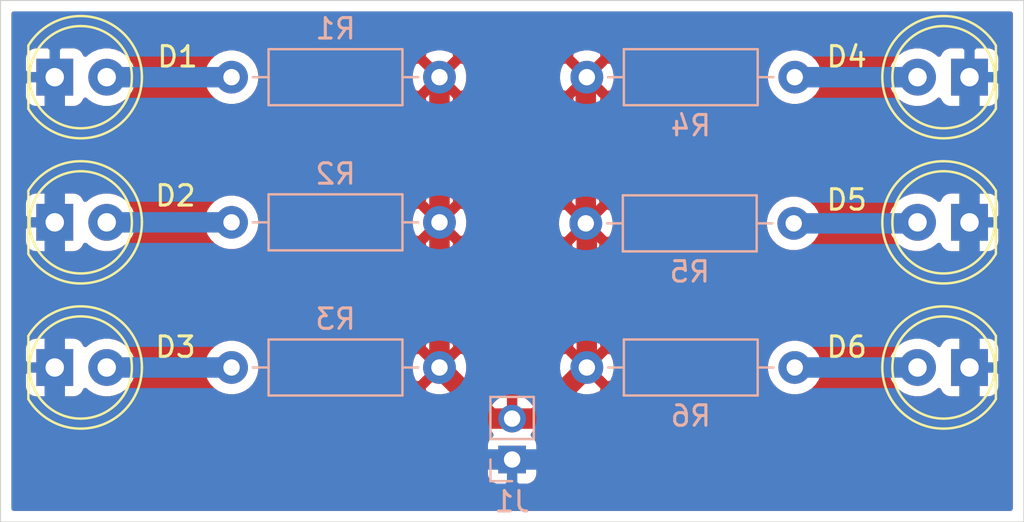
<source format=kicad_pcb>
(kicad_pcb (version 20171130) (host pcbnew 5.1.5+dfsg1-2build2)

  (general
    (thickness 1.6)
    (drawings 4)
    (tracks 27)
    (zones 0)
    (modules 13)
    (nets 9)
  )

  (page User 132.512 102.006)
  (layers
    (0 F.Cu signal)
    (31 B.Cu signal)
    (32 B.Adhes user)
    (33 F.Adhes user)
    (34 B.Paste user)
    (35 F.Paste user)
    (36 B.SilkS user)
    (37 F.SilkS user)
    (38 B.Mask user)
    (39 F.Mask user)
    (40 Dwgs.User user)
    (41 Cmts.User user)
    (42 Eco1.User user)
    (43 Eco2.User user)
    (44 Edge.Cuts user)
    (45 Margin user)
    (46 B.CrtYd user)
    (47 F.CrtYd user)
    (48 B.Fab user)
    (49 F.Fab user)
  )

  (setup
    (last_trace_width 1)
    (trace_clearance 0.2)
    (zone_clearance 0.508)
    (zone_45_only no)
    (trace_min 0.2)
    (via_size 1)
    (via_drill 0.6)
    (via_min_size 0.4)
    (via_min_drill 0.3)
    (uvia_size 0.5)
    (uvia_drill 0.2)
    (uvias_allowed no)
    (uvia_min_size 0.2)
    (uvia_min_drill 0.1)
    (edge_width 0.05)
    (segment_width 0.2)
    (pcb_text_width 0.3)
    (pcb_text_size 1.5 1.5)
    (mod_edge_width 0.12)
    (mod_text_size 1 1)
    (mod_text_width 0.15)
    (pad_size 1.524 1.524)
    (pad_drill 0.762)
    (pad_to_mask_clearance 0.051)
    (solder_mask_min_width 0.25)
    (aux_axis_origin 0 0)
    (visible_elements FFFFFF7F)
    (pcbplotparams
      (layerselection 0x01000_7fffffff)
      (usegerberextensions false)
      (usegerberattributes false)
      (usegerberadvancedattributes false)
      (creategerberjobfile false)
      (excludeedgelayer true)
      (linewidth 0.100000)
      (plotframeref false)
      (viasonmask false)
      (mode 1)
      (useauxorigin false)
      (hpglpennumber 1)
      (hpglpenspeed 20)
      (hpglpendiameter 15.000000)
      (psnegative false)
      (psa4output false)
      (plotreference true)
      (plotvalue true)
      (plotinvisibletext false)
      (padsonsilk false)
      (subtractmaskfromsilk false)
      (outputformat 4)
      (mirror false)
      (drillshape 0)
      (scaleselection 1)
      (outputdirectory ""))
  )

  (net 0 "")
  (net 1 "Net-(D1-Pad2)")
  (net 2 GND)
  (net 3 "Net-(D2-Pad2)")
  (net 4 "Net-(D3-Pad2)")
  (net 5 "Net-(D4-Pad2)")
  (net 6 "Net-(D5-Pad2)")
  (net 7 "Net-(D6-Pad2)")
  (net 8 +5V)

  (net_class Default "Esta es la clase de red por defecto."
    (clearance 0.2)
    (trace_width 1)
    (via_dia 1)
    (via_drill 0.6)
    (uvia_dia 0.5)
    (uvia_drill 0.2)
    (diff_pair_width 0.5)
    (diff_pair_gap 0.25)
    (add_net "Net-(D1-Pad2)")
    (add_net "Net-(D2-Pad2)")
    (add_net "Net-(D3-Pad2)")
    (add_net "Net-(D4-Pad2)")
    (add_net "Net-(D5-Pad2)")
    (add_net "Net-(D6-Pad2)")
  )

  (net_class GND ""
    (clearance 0.2)
    (trace_width 1)
    (via_dia 0.8)
    (via_drill 0.4)
    (uvia_dia 0.3)
    (uvia_drill 0.1)
    (add_net GND)
  )

  (net_class PWR ""
    (clearance 0.2)
    (trace_width 1)
    (via_dia 0.8)
    (via_drill 0.4)
    (uvia_dia 0.3)
    (uvia_drill 0.1)
    (add_net +5V)
  )

  (module LED_THT:LED_D5.0mm (layer F.Cu) (tedit 5995936A) (tstamp 63D85FD6)
    (at 37.35 22.65)
    (descr "LED, diameter 5.0mm, 2 pins, http://cdn-reichelt.de/documents/datenblatt/A500/LL-504BC2E-009.pdf")
    (tags "LED diameter 5.0mm 2 pins")
    (path /63D52F8E)
    (fp_text reference D1 (at 6 -1) (layer F.SilkS)
      (effects (font (size 1 1) (thickness 0.15)))
    )
    (fp_text value LED (at 6 0.3) (layer F.Fab)
      (effects (font (size 1 1) (thickness 0.15)))
    )
    (fp_text user %R (at 1.25 0) (layer F.Fab)
      (effects (font (size 0.8 0.8) (thickness 0.2)))
    )
    (fp_line (start 4.5 -3.25) (end -1.95 -3.25) (layer F.CrtYd) (width 0.05))
    (fp_line (start 4.5 3.25) (end 4.5 -3.25) (layer F.CrtYd) (width 0.05))
    (fp_line (start -1.95 3.25) (end 4.5 3.25) (layer F.CrtYd) (width 0.05))
    (fp_line (start -1.95 -3.25) (end -1.95 3.25) (layer F.CrtYd) (width 0.05))
    (fp_line (start -1.29 -1.545) (end -1.29 1.545) (layer F.SilkS) (width 0.12))
    (fp_line (start -1.23 -1.469694) (end -1.23 1.469694) (layer F.Fab) (width 0.1))
    (fp_circle (center 1.27 0) (end 3.77 0) (layer F.SilkS) (width 0.12))
    (fp_circle (center 1.27 0) (end 3.77 0) (layer F.Fab) (width 0.1))
    (fp_arc (start 1.27 0) (end -1.29 1.54483) (angle -148.9) (layer F.SilkS) (width 0.12))
    (fp_arc (start 1.27 0) (end -1.29 -1.54483) (angle 148.9) (layer F.SilkS) (width 0.12))
    (fp_arc (start 1.27 0) (end -1.23 -1.469694) (angle 299.1) (layer F.Fab) (width 0.1))
    (pad 2 thru_hole circle (at 2.54 0) (size 1.8 1.8) (drill 0.9) (layers *.Cu *.Mask)
      (net 1 "Net-(D1-Pad2)"))
    (pad 1 thru_hole rect (at 0 0) (size 1.8 1.8) (drill 0.9) (layers *.Cu *.Mask)
      (net 2 GND))
    (model /home/hh03/kicad/LED_THT.3dshapes/LED_D5.0mm.step
      (at (xyz 0 0 0))
      (scale (xyz 1 1 1))
      (rotate (xyz 0 0 0))
    )
  )

  (module LED_THT:LED_D5.0mm (layer F.Cu) (tedit 5995936A) (tstamp 63D86053)
    (at 37.35 29.75)
    (descr "LED, diameter 5.0mm, 2 pins, http://cdn-reichelt.de/documents/datenblatt/A500/LL-504BC2E-009.pdf")
    (tags "LED diameter 5.0mm 2 pins")
    (path /63D53D1B)
    (fp_text reference D2 (at 5.9 -1.3) (layer F.SilkS)
      (effects (font (size 1 1) (thickness 0.15)))
    )
    (fp_text value LED (at 6 0) (layer F.Fab)
      (effects (font (size 1 1) (thickness 0.15)))
    )
    (fp_arc (start 1.27 0) (end -1.23 -1.469694) (angle 299.1) (layer F.Fab) (width 0.1))
    (fp_arc (start 1.27 0) (end -1.29 -1.54483) (angle 148.9) (layer F.SilkS) (width 0.12))
    (fp_arc (start 1.27 0) (end -1.29 1.54483) (angle -148.9) (layer F.SilkS) (width 0.12))
    (fp_circle (center 1.27 0) (end 3.77 0) (layer F.Fab) (width 0.1))
    (fp_circle (center 1.27 0) (end 3.77 0) (layer F.SilkS) (width 0.12))
    (fp_line (start -1.23 -1.469694) (end -1.23 1.469694) (layer F.Fab) (width 0.1))
    (fp_line (start -1.29 -1.545) (end -1.29 1.545) (layer F.SilkS) (width 0.12))
    (fp_line (start -1.95 -3.25) (end -1.95 3.25) (layer F.CrtYd) (width 0.05))
    (fp_line (start -1.95 3.25) (end 4.5 3.25) (layer F.CrtYd) (width 0.05))
    (fp_line (start 4.5 3.25) (end 4.5 -3.25) (layer F.CrtYd) (width 0.05))
    (fp_line (start 4.5 -3.25) (end -1.95 -3.25) (layer F.CrtYd) (width 0.05))
    (fp_text user %R (at 1.25 0) (layer F.Fab)
      (effects (font (size 0.8 0.8) (thickness 0.2)))
    )
    (pad 1 thru_hole rect (at 0 0) (size 1.8 1.8) (drill 0.9) (layers *.Cu *.Mask)
      (net 2 GND))
    (pad 2 thru_hole circle (at 2.54 0) (size 1.8 1.8) (drill 0.9) (layers *.Cu *.Mask)
      (net 3 "Net-(D2-Pad2)"))
    (model /home/hh03/kicad/LED_THT.3dshapes/LED_D5.0mm.step
      (at (xyz 0 0 0))
      (scale (xyz 1 1 1))
      (rotate (xyz 0 0 0))
    )
  )

  (module LED_THT:LED_D5.0mm (layer F.Cu) (tedit 5995936A) (tstamp 63D858A0)
    (at 37.35 36.85)
    (descr "LED, diameter 5.0mm, 2 pins, http://cdn-reichelt.de/documents/datenblatt/A500/LL-504BC2E-009.pdf")
    (tags "LED diameter 5.0mm 2 pins")
    (path /63D542CC)
    (fp_text reference D3 (at 5.9 -1) (layer F.SilkS)
      (effects (font (size 1 1) (thickness 0.15)))
    )
    (fp_text value LED (at 5.9 0.2) (layer F.Fab)
      (effects (font (size 1 1) (thickness 0.15)))
    )
    (fp_text user %R (at 1.25 0) (layer F.Fab)
      (effects (font (size 0.8 0.8) (thickness 0.2)))
    )
    (fp_line (start 4.5 -3.25) (end -1.95 -3.25) (layer F.CrtYd) (width 0.05))
    (fp_line (start 4.5 3.25) (end 4.5 -3.25) (layer F.CrtYd) (width 0.05))
    (fp_line (start -1.95 3.25) (end 4.5 3.25) (layer F.CrtYd) (width 0.05))
    (fp_line (start -1.95 -3.25) (end -1.95 3.25) (layer F.CrtYd) (width 0.05))
    (fp_line (start -1.29 -1.545) (end -1.29 1.545) (layer F.SilkS) (width 0.12))
    (fp_line (start -1.23 -1.469694) (end -1.23 1.469694) (layer F.Fab) (width 0.1))
    (fp_circle (center 1.27 0) (end 3.77 0) (layer F.SilkS) (width 0.12))
    (fp_circle (center 1.27 0) (end 3.77 0) (layer F.Fab) (width 0.1))
    (fp_arc (start 1.27 0) (end -1.29 1.54483) (angle -148.9) (layer F.SilkS) (width 0.12))
    (fp_arc (start 1.27 0) (end -1.29 -1.54483) (angle 148.9) (layer F.SilkS) (width 0.12))
    (fp_arc (start 1.27 0) (end -1.23 -1.469694) (angle 299.1) (layer F.Fab) (width 0.1))
    (pad 2 thru_hole circle (at 2.54 0) (size 1.8 1.8) (drill 0.9) (layers *.Cu *.Mask)
      (net 4 "Net-(D3-Pad2)"))
    (pad 1 thru_hole rect (at 0 0) (size 1.8 1.8) (drill 0.9) (layers *.Cu *.Mask)
      (net 2 GND))
    (model /home/hh03/kicad/LED_THT.3dshapes/LED_D5.0mm.step
      (at (xyz 0 0 0))
      (scale (xyz 1 1 1))
      (rotate (xyz 0 0 0))
    )
  )

  (module LED_THT:LED_D5.0mm (layer F.Cu) (tedit 5995936A) (tstamp 63D85A44)
    (at 82.05 22.65 180)
    (descr "LED, diameter 5.0mm, 2 pins, http://cdn-reichelt.de/documents/datenblatt/A500/LL-504BC2E-009.pdf")
    (tags "LED diameter 5.0mm 2 pins")
    (path /63D546EC)
    (fp_text reference D4 (at 6 1) (layer F.SilkS)
      (effects (font (size 1 1) (thickness 0.15)))
    )
    (fp_text value LED (at 5.9 -0.3) (layer F.Fab)
      (effects (font (size 1 1) (thickness 0.15)))
    )
    (fp_arc (start 1.27 0) (end -1.23 -1.469694) (angle 299.1) (layer F.Fab) (width 0.1))
    (fp_arc (start 1.27 0) (end -1.29 -1.54483) (angle 148.9) (layer F.SilkS) (width 0.12))
    (fp_arc (start 1.27 0) (end -1.29 1.54483) (angle -148.9) (layer F.SilkS) (width 0.12))
    (fp_circle (center 1.27 0) (end 3.77 0) (layer F.Fab) (width 0.1))
    (fp_circle (center 1.27 0) (end 3.77 0) (layer F.SilkS) (width 0.12))
    (fp_line (start -1.23 -1.469694) (end -1.23 1.469694) (layer F.Fab) (width 0.1))
    (fp_line (start -1.29 -1.545) (end -1.29 1.545) (layer F.SilkS) (width 0.12))
    (fp_line (start -1.95 -3.25) (end -1.95 3.25) (layer F.CrtYd) (width 0.05))
    (fp_line (start -1.95 3.25) (end 4.5 3.25) (layer F.CrtYd) (width 0.05))
    (fp_line (start 4.5 3.25) (end 4.5 -3.25) (layer F.CrtYd) (width 0.05))
    (fp_line (start 4.5 -3.25) (end -1.95 -3.25) (layer F.CrtYd) (width 0.05))
    (fp_text user %R (at 1.25 0) (layer F.Fab)
      (effects (font (size 0.8 0.8) (thickness 0.2)))
    )
    (pad 1 thru_hole rect (at 0 0 180) (size 1.8 1.8) (drill 0.9) (layers *.Cu *.Mask)
      (net 2 GND))
    (pad 2 thru_hole circle (at 2.54 0 180) (size 1.8 1.8) (drill 0.9) (layers *.Cu *.Mask)
      (net 5 "Net-(D4-Pad2)"))
    (model /home/hh03/kicad/LED_THT.3dshapes/LED_D5.0mm.step
      (at (xyz 0 0 0))
      (scale (xyz 1 1 1))
      (rotate (xyz 0 0 0))
    )
  )

  (module LED_THT:LED_D5.0mm (layer F.Cu) (tedit 5995936A) (tstamp 63D8583A)
    (at 82.05 29.75 180)
    (descr "LED, diameter 5.0mm, 2 pins, http://cdn-reichelt.de/documents/datenblatt/A500/LL-504BC2E-009.pdf")
    (tags "LED diameter 5.0mm 2 pins")
    (path /63D54C25)
    (fp_text reference D5 (at 6 1.1) (layer F.SilkS)
      (effects (font (size 1 1) (thickness 0.15)))
    )
    (fp_text value LED (at 6 -0.3) (layer F.Fab)
      (effects (font (size 1 1) (thickness 0.15)))
    )
    (fp_text user %R (at 1.25 0) (layer F.Fab)
      (effects (font (size 0.8 0.8) (thickness 0.2)))
    )
    (fp_line (start 4.5 -3.25) (end -1.95 -3.25) (layer F.CrtYd) (width 0.05))
    (fp_line (start 4.5 3.25) (end 4.5 -3.25) (layer F.CrtYd) (width 0.05))
    (fp_line (start -1.95 3.25) (end 4.5 3.25) (layer F.CrtYd) (width 0.05))
    (fp_line (start -1.95 -3.25) (end -1.95 3.25) (layer F.CrtYd) (width 0.05))
    (fp_line (start -1.29 -1.545) (end -1.29 1.545) (layer F.SilkS) (width 0.12))
    (fp_line (start -1.23 -1.469694) (end -1.23 1.469694) (layer F.Fab) (width 0.1))
    (fp_circle (center 1.27 0) (end 3.77 0) (layer F.SilkS) (width 0.12))
    (fp_circle (center 1.27 0) (end 3.77 0) (layer F.Fab) (width 0.1))
    (fp_arc (start 1.27 0) (end -1.29 1.54483) (angle -148.9) (layer F.SilkS) (width 0.12))
    (fp_arc (start 1.27 0) (end -1.29 -1.54483) (angle 148.9) (layer F.SilkS) (width 0.12))
    (fp_arc (start 1.27 0) (end -1.23 -1.469694) (angle 299.1) (layer F.Fab) (width 0.1))
    (pad 2 thru_hole circle (at 2.54 0 180) (size 1.8 1.8) (drill 0.9) (layers *.Cu *.Mask)
      (net 6 "Net-(D5-Pad2)"))
    (pad 1 thru_hole rect (at 0 0 180) (size 1.8 1.8) (drill 0.9) (layers *.Cu *.Mask)
      (net 2 GND))
    (model /home/hh03/kicad/LED_THT.3dshapes/LED_D5.0mm.step
      (at (xyz 0 0 0))
      (scale (xyz 1 1 1))
      (rotate (xyz 0 0 0))
    )
  )

  (module LED_THT:LED_D5.0mm (layer F.Cu) (tedit 5995936A) (tstamp 63D85807)
    (at 82.05 36.85 180)
    (descr "LED, diameter 5.0mm, 2 pins, http://cdn-reichelt.de/documents/datenblatt/A500/LL-504BC2E-009.pdf")
    (tags "LED diameter 5.0mm 2 pins")
    (path /63D5507B)
    (fp_text reference D6 (at 6 1) (layer F.SilkS)
      (effects (font (size 1 1) (thickness 0.15)))
    )
    (fp_text value LED (at 5.9 -0.3) (layer F.Fab)
      (effects (font (size 1 1) (thickness 0.15)))
    )
    (fp_arc (start 1.27 0) (end -1.23 -1.469694) (angle 299.1) (layer F.Fab) (width 0.1))
    (fp_arc (start 1.27 0) (end -1.29 -1.54483) (angle 148.9) (layer F.SilkS) (width 0.12))
    (fp_arc (start 1.27 0) (end -1.29 1.54483) (angle -148.9) (layer F.SilkS) (width 0.12))
    (fp_circle (center 1.27 0) (end 3.77 0) (layer F.Fab) (width 0.1))
    (fp_circle (center 1.27 0) (end 3.77 0) (layer F.SilkS) (width 0.12))
    (fp_line (start -1.23 -1.469694) (end -1.23 1.469694) (layer F.Fab) (width 0.1))
    (fp_line (start -1.29 -1.545) (end -1.29 1.545) (layer F.SilkS) (width 0.12))
    (fp_line (start -1.95 -3.25) (end -1.95 3.25) (layer F.CrtYd) (width 0.05))
    (fp_line (start -1.95 3.25) (end 4.5 3.25) (layer F.CrtYd) (width 0.05))
    (fp_line (start 4.5 3.25) (end 4.5 -3.25) (layer F.CrtYd) (width 0.05))
    (fp_line (start 4.5 -3.25) (end -1.95 -3.25) (layer F.CrtYd) (width 0.05))
    (fp_text user %R (at 1.25 0) (layer F.Fab)
      (effects (font (size 0.8 0.8) (thickness 0.2)))
    )
    (pad 1 thru_hole rect (at 0 0 180) (size 1.8 1.8) (drill 0.9) (layers *.Cu *.Mask)
      (net 2 GND))
    (pad 2 thru_hole circle (at 2.54 0 180) (size 1.8 1.8) (drill 0.9) (layers *.Cu *.Mask)
      (net 7 "Net-(D6-Pad2)"))
    (model /home/hh03/kicad/LED_THT.3dshapes/LED_D5.0mm.step
      (at (xyz 0 0 0))
      (scale (xyz 1 1 1))
      (rotate (xyz 0 0 0))
    )
  )

  (module Connector_PinHeader_2.00mm:PinHeader_1x02_P2.00mm_Vertical (layer B.Cu) (tedit 59FED667) (tstamp 63D85C11)
    (at 59.7 41.35)
    (descr "Through hole straight pin header, 1x02, 2.00mm pitch, single row")
    (tags "Through hole pin header THT 1x02 2.00mm single row")
    (path /63D556D7)
    (fp_text reference J1 (at 0 2.06) (layer B.SilkS)
      (effects (font (size 1 1) (thickness 0.15)) (justify mirror))
    )
    (fp_text value Screw_Terminal_01x02 (at 0 -4.06) (layer B.Fab) hide
      (effects (font (size 1 1) (thickness 0.15)) (justify mirror))
    )
    (fp_line (start -0.5 1) (end 1 1) (layer B.Fab) (width 0.1))
    (fp_line (start 1 1) (end 1 -3) (layer B.Fab) (width 0.1))
    (fp_line (start 1 -3) (end -1 -3) (layer B.Fab) (width 0.1))
    (fp_line (start -1 -3) (end -1 0.5) (layer B.Fab) (width 0.1))
    (fp_line (start -1 0.5) (end -0.5 1) (layer B.Fab) (width 0.1))
    (fp_line (start -1.06 -3.06) (end 1.06 -3.06) (layer B.SilkS) (width 0.12))
    (fp_line (start -1.06 -1) (end -1.06 -3.06) (layer B.SilkS) (width 0.12))
    (fp_line (start 1.06 -1) (end 1.06 -3.06) (layer B.SilkS) (width 0.12))
    (fp_line (start -1.06 -1) (end 1.06 -1) (layer B.SilkS) (width 0.12))
    (fp_line (start -1.06 0) (end -1.06 1.06) (layer B.SilkS) (width 0.12))
    (fp_line (start -1.06 1.06) (end 0 1.06) (layer B.SilkS) (width 0.12))
    (fp_line (start -1.5 1.5) (end -1.5 -3.5) (layer B.CrtYd) (width 0.05))
    (fp_line (start -1.5 -3.5) (end 1.5 -3.5) (layer B.CrtYd) (width 0.05))
    (fp_line (start 1.5 -3.5) (end 1.5 1.5) (layer B.CrtYd) (width 0.05))
    (fp_line (start 1.5 1.5) (end -1.5 1.5) (layer B.CrtYd) (width 0.05))
    (fp_text user %R (at 0 -1 -90) (layer B.Fab)
      (effects (font (size 1 1) (thickness 0.15)) (justify mirror))
    )
    (pad 1 thru_hole rect (at 0 0) (size 1.35 1.35) (drill 0.8) (layers *.Cu *.Mask)
      (net 2 GND))
    (pad 2 thru_hole oval (at 0 -2) (size 1.35 1.35) (drill 0.8) (layers *.Cu *.Mask)
      (net 8 +5V))
    (model /home/hh03/kicad/Connector_PinHeader_2.00mm.3dshapes/PinHeader_1x02_P2.00mm_Vertical.step
      (at (xyz 0 0 0))
      (scale (xyz 1 1 1))
      (rotate (xyz 0 0 0))
    )
  )

  (module Resistor_THT:R_Axial_DIN0207_L6.3mm_D2.5mm_P10.16mm_Horizontal (layer B.Cu) (tedit 5AE5139B) (tstamp 63D85D01)
    (at 56.15 22.65 180)
    (descr "Resistor, Axial_DIN0207 series, Axial, Horizontal, pin pitch=10.16mm, 0.25W = 1/4W, length*diameter=6.3*2.5mm^2, http://cdn-reichelt.de/documents/datenblatt/B400/1_4W%23YAG.pdf")
    (tags "Resistor Axial_DIN0207 series Axial Horizontal pin pitch 10.16mm 0.25W = 1/4W length 6.3mm diameter 2.5mm")
    (path /63D4A7D4)
    (fp_text reference R1 (at 5.08 2.37) (layer B.SilkS)
      (effects (font (size 1 1) (thickness 0.15)) (justify mirror))
    )
    (fp_text value 160 (at 5.08 -2.37) (layer B.Fab)
      (effects (font (size 1 1) (thickness 0.15)) (justify mirror))
    )
    (fp_text user %R (at 5.08 0) (layer B.Fab)
      (effects (font (size 1 1) (thickness 0.15)) (justify mirror))
    )
    (fp_line (start 11.21 1.5) (end -1.05 1.5) (layer B.CrtYd) (width 0.05))
    (fp_line (start 11.21 -1.5) (end 11.21 1.5) (layer B.CrtYd) (width 0.05))
    (fp_line (start -1.05 -1.5) (end 11.21 -1.5) (layer B.CrtYd) (width 0.05))
    (fp_line (start -1.05 1.5) (end -1.05 -1.5) (layer B.CrtYd) (width 0.05))
    (fp_line (start 9.12 0) (end 8.35 0) (layer B.SilkS) (width 0.12))
    (fp_line (start 1.04 0) (end 1.81 0) (layer B.SilkS) (width 0.12))
    (fp_line (start 8.35 1.37) (end 1.81 1.37) (layer B.SilkS) (width 0.12))
    (fp_line (start 8.35 -1.37) (end 8.35 1.37) (layer B.SilkS) (width 0.12))
    (fp_line (start 1.81 -1.37) (end 8.35 -1.37) (layer B.SilkS) (width 0.12))
    (fp_line (start 1.81 1.37) (end 1.81 -1.37) (layer B.SilkS) (width 0.12))
    (fp_line (start 10.16 0) (end 8.23 0) (layer B.Fab) (width 0.1))
    (fp_line (start 0 0) (end 1.93 0) (layer B.Fab) (width 0.1))
    (fp_line (start 8.23 1.25) (end 1.93 1.25) (layer B.Fab) (width 0.1))
    (fp_line (start 8.23 -1.25) (end 8.23 1.25) (layer B.Fab) (width 0.1))
    (fp_line (start 1.93 -1.25) (end 8.23 -1.25) (layer B.Fab) (width 0.1))
    (fp_line (start 1.93 1.25) (end 1.93 -1.25) (layer B.Fab) (width 0.1))
    (pad 2 thru_hole oval (at 10.16 0 180) (size 1.6 1.6) (drill 0.8) (layers *.Cu *.Mask)
      (net 1 "Net-(D1-Pad2)"))
    (pad 1 thru_hole circle (at 0 0 180) (size 1.6 1.6) (drill 0.8) (layers *.Cu *.Mask)
      (net 8 +5V))
    (model /home/hh03/kicad/Resistor_THT.3dshapes/R_Axial_DIN0207_L6.3mm_D2.5mm_P10.16mm_Horizontal.step
      (at (xyz 0 0 0))
      (scale (xyz 1 1 1))
      (rotate (xyz 0 0 0))
    )
  )

  (module Resistor_THT:R_Axial_DIN0207_L6.3mm_D2.5mm_P10.16mm_Horizontal (layer B.Cu) (tedit 5AE5139B) (tstamp 63D85749)
    (at 56.15 29.75 180)
    (descr "Resistor, Axial_DIN0207 series, Axial, Horizontal, pin pitch=10.16mm, 0.25W = 1/4W, length*diameter=6.3*2.5mm^2, http://cdn-reichelt.de/documents/datenblatt/B400/1_4W%23YAG.pdf")
    (tags "Resistor Axial_DIN0207 series Axial Horizontal pin pitch 10.16mm 0.25W = 1/4W length 6.3mm diameter 2.5mm")
    (path /63D4ACF7)
    (fp_text reference R2 (at 5.08 2.37) (layer B.SilkS)
      (effects (font (size 1 1) (thickness 0.15)) (justify mirror))
    )
    (fp_text value 160 (at 5.08 -2.37) (layer B.Fab)
      (effects (font (size 1 1) (thickness 0.15)) (justify mirror))
    )
    (fp_line (start 1.93 1.25) (end 1.93 -1.25) (layer B.Fab) (width 0.1))
    (fp_line (start 1.93 -1.25) (end 8.23 -1.25) (layer B.Fab) (width 0.1))
    (fp_line (start 8.23 -1.25) (end 8.23 1.25) (layer B.Fab) (width 0.1))
    (fp_line (start 8.23 1.25) (end 1.93 1.25) (layer B.Fab) (width 0.1))
    (fp_line (start 0 0) (end 1.93 0) (layer B.Fab) (width 0.1))
    (fp_line (start 10.16 0) (end 8.23 0) (layer B.Fab) (width 0.1))
    (fp_line (start 1.81 1.37) (end 1.81 -1.37) (layer B.SilkS) (width 0.12))
    (fp_line (start 1.81 -1.37) (end 8.35 -1.37) (layer B.SilkS) (width 0.12))
    (fp_line (start 8.35 -1.37) (end 8.35 1.37) (layer B.SilkS) (width 0.12))
    (fp_line (start 8.35 1.37) (end 1.81 1.37) (layer B.SilkS) (width 0.12))
    (fp_line (start 1.04 0) (end 1.81 0) (layer B.SilkS) (width 0.12))
    (fp_line (start 9.12 0) (end 8.35 0) (layer B.SilkS) (width 0.12))
    (fp_line (start -1.05 1.5) (end -1.05 -1.5) (layer B.CrtYd) (width 0.05))
    (fp_line (start -1.05 -1.5) (end 11.21 -1.5) (layer B.CrtYd) (width 0.05))
    (fp_line (start 11.21 -1.5) (end 11.21 1.5) (layer B.CrtYd) (width 0.05))
    (fp_line (start 11.21 1.5) (end -1.05 1.5) (layer B.CrtYd) (width 0.05))
    (fp_text user %R (at 5.08 0) (layer B.Fab)
      (effects (font (size 1 1) (thickness 0.15)) (justify mirror))
    )
    (pad 1 thru_hole circle (at 0 0 180) (size 1.6 1.6) (drill 0.8) (layers *.Cu *.Mask)
      (net 8 +5V))
    (pad 2 thru_hole oval (at 10.16 0 180) (size 1.6 1.6) (drill 0.8) (layers *.Cu *.Mask)
      (net 3 "Net-(D2-Pad2)"))
    (model /home/hh03/kicad/Resistor_THT.3dshapes/R_Axial_DIN0207_L6.3mm_D2.5mm_P10.16mm_Horizontal.step
      (at (xyz 0 0 0))
      (scale (xyz 1 1 1))
      (rotate (xyz 0 0 0))
    )
  )

  (module Resistor_THT:R_Axial_DIN0207_L6.3mm_D2.5mm_P10.16mm_Horizontal (layer B.Cu) (tedit 5AE5139B) (tstamp 63D85DF6)
    (at 56.15 36.85 180)
    (descr "Resistor, Axial_DIN0207 series, Axial, Horizontal, pin pitch=10.16mm, 0.25W = 1/4W, length*diameter=6.3*2.5mm^2, http://cdn-reichelt.de/documents/datenblatt/B400/1_4W%23YAG.pdf")
    (tags "Resistor Axial_DIN0207 series Axial Horizontal pin pitch 10.16mm 0.25W = 1/4W length 6.3mm diameter 2.5mm")
    (path /63D4B3B5)
    (fp_text reference R3 (at 5.08 2.37) (layer B.SilkS)
      (effects (font (size 1 1) (thickness 0.15)) (justify mirror))
    )
    (fp_text value 160 (at 5.08 -2.37) (layer B.Fab)
      (effects (font (size 1 1) (thickness 0.15)) (justify mirror))
    )
    (fp_text user %R (at 5.08 0) (layer B.Fab)
      (effects (font (size 1 1) (thickness 0.15)) (justify mirror))
    )
    (fp_line (start 11.21 1.5) (end -1.05 1.5) (layer B.CrtYd) (width 0.05))
    (fp_line (start 11.21 -1.5) (end 11.21 1.5) (layer B.CrtYd) (width 0.05))
    (fp_line (start -1.05 -1.5) (end 11.21 -1.5) (layer B.CrtYd) (width 0.05))
    (fp_line (start -1.05 1.5) (end -1.05 -1.5) (layer B.CrtYd) (width 0.05))
    (fp_line (start 9.12 0) (end 8.35 0) (layer B.SilkS) (width 0.12))
    (fp_line (start 1.04 0) (end 1.81 0) (layer B.SilkS) (width 0.12))
    (fp_line (start 8.35 1.37) (end 1.81 1.37) (layer B.SilkS) (width 0.12))
    (fp_line (start 8.35 -1.37) (end 8.35 1.37) (layer B.SilkS) (width 0.12))
    (fp_line (start 1.81 -1.37) (end 8.35 -1.37) (layer B.SilkS) (width 0.12))
    (fp_line (start 1.81 1.37) (end 1.81 -1.37) (layer B.SilkS) (width 0.12))
    (fp_line (start 10.16 0) (end 8.23 0) (layer B.Fab) (width 0.1))
    (fp_line (start 0 0) (end 1.93 0) (layer B.Fab) (width 0.1))
    (fp_line (start 8.23 1.25) (end 1.93 1.25) (layer B.Fab) (width 0.1))
    (fp_line (start 8.23 -1.25) (end 8.23 1.25) (layer B.Fab) (width 0.1))
    (fp_line (start 1.93 -1.25) (end 8.23 -1.25) (layer B.Fab) (width 0.1))
    (fp_line (start 1.93 1.25) (end 1.93 -1.25) (layer B.Fab) (width 0.1))
    (pad 2 thru_hole oval (at 10.16 0 180) (size 1.6 1.6) (drill 0.8) (layers *.Cu *.Mask)
      (net 4 "Net-(D3-Pad2)"))
    (pad 1 thru_hole circle (at 0 0 180) (size 1.6 1.6) (drill 0.8) (layers *.Cu *.Mask)
      (net 8 +5V))
    (model /home/hh03/kicad/Resistor_THT.3dshapes/R_Axial_DIN0207_L6.3mm_D2.5mm_P10.16mm_Horizontal.step
      (at (xyz 0 0 0))
      (scale (xyz 1 1 1))
      (rotate (xyz 0 0 0))
    )
  )

  (module Resistor_THT:R_Axial_DIN0207_L6.3mm_D2.5mm_P10.16mm_Horizontal (layer B.Cu) (tedit 5AE5139B) (tstamp 63D8578B)
    (at 63.35 22.65)
    (descr "Resistor, Axial_DIN0207 series, Axial, Horizontal, pin pitch=10.16mm, 0.25W = 1/4W, length*diameter=6.3*2.5mm^2, http://cdn-reichelt.de/documents/datenblatt/B400/1_4W%23YAG.pdf")
    (tags "Resistor Axial_DIN0207 series Axial Horizontal pin pitch 10.16mm 0.25W = 1/4W length 6.3mm diameter 2.5mm")
    (path /63D4BC0C)
    (fp_text reference R4 (at 5.08 2.37) (layer B.SilkS)
      (effects (font (size 1 1) (thickness 0.15)) (justify mirror))
    )
    (fp_text value 160 (at 5.08 -2.37) (layer B.Fab)
      (effects (font (size 1 1) (thickness 0.15)) (justify mirror))
    )
    (fp_line (start 1.93 1.25) (end 1.93 -1.25) (layer B.Fab) (width 0.1))
    (fp_line (start 1.93 -1.25) (end 8.23 -1.25) (layer B.Fab) (width 0.1))
    (fp_line (start 8.23 -1.25) (end 8.23 1.25) (layer B.Fab) (width 0.1))
    (fp_line (start 8.23 1.25) (end 1.93 1.25) (layer B.Fab) (width 0.1))
    (fp_line (start 0 0) (end 1.93 0) (layer B.Fab) (width 0.1))
    (fp_line (start 10.16 0) (end 8.23 0) (layer B.Fab) (width 0.1))
    (fp_line (start 1.81 1.37) (end 1.81 -1.37) (layer B.SilkS) (width 0.12))
    (fp_line (start 1.81 -1.37) (end 8.35 -1.37) (layer B.SilkS) (width 0.12))
    (fp_line (start 8.35 -1.37) (end 8.35 1.37) (layer B.SilkS) (width 0.12))
    (fp_line (start 8.35 1.37) (end 1.81 1.37) (layer B.SilkS) (width 0.12))
    (fp_line (start 1.04 0) (end 1.81 0) (layer B.SilkS) (width 0.12))
    (fp_line (start 9.12 0) (end 8.35 0) (layer B.SilkS) (width 0.12))
    (fp_line (start -1.05 1.5) (end -1.05 -1.5) (layer B.CrtYd) (width 0.05))
    (fp_line (start -1.05 -1.5) (end 11.21 -1.5) (layer B.CrtYd) (width 0.05))
    (fp_line (start 11.21 -1.5) (end 11.21 1.5) (layer B.CrtYd) (width 0.05))
    (fp_line (start 11.21 1.5) (end -1.05 1.5) (layer B.CrtYd) (width 0.05))
    (fp_text user %R (at 5.08 0) (layer B.Fab)
      (effects (font (size 1 1) (thickness 0.15)) (justify mirror))
    )
    (pad 1 thru_hole circle (at 0 0) (size 1.6 1.6) (drill 0.8) (layers *.Cu *.Mask)
      (net 8 +5V))
    (pad 2 thru_hole oval (at 10.16 0) (size 1.6 1.6) (drill 0.8) (layers *.Cu *.Mask)
      (net 5 "Net-(D4-Pad2)"))
    (model /home/hh03/kicad/Resistor_THT.3dshapes/R_Axial_DIN0207_L6.3mm_D2.5mm_P10.16mm_Horizontal.step
      (at (xyz 0 0 0))
      (scale (xyz 1 1 1))
      (rotate (xyz 0 0 0))
    )
  )

  (module Resistor_THT:R_Axial_DIN0207_L6.3mm_D2.5mm_P10.16mm_Horizontal (layer B.Cu) (tedit 5AE5139B) (tstamp 63D859C2)
    (at 63.3 29.8)
    (descr "Resistor, Axial_DIN0207 series, Axial, Horizontal, pin pitch=10.16mm, 0.25W = 1/4W, length*diameter=6.3*2.5mm^2, http://cdn-reichelt.de/documents/datenblatt/B400/1_4W%23YAG.pdf")
    (tags "Resistor Axial_DIN0207 series Axial Horizontal pin pitch 10.16mm 0.25W = 1/4W length 6.3mm diameter 2.5mm")
    (path /63D4BF0C)
    (fp_text reference R5 (at 5.08 2.37) (layer B.SilkS)
      (effects (font (size 1 1) (thickness 0.15)) (justify mirror))
    )
    (fp_text value 160 (at 5.08 -2.37) (layer B.Fab)
      (effects (font (size 1 1) (thickness 0.15)) (justify mirror))
    )
    (fp_text user %R (at 5.08 0) (layer B.Fab)
      (effects (font (size 1 1) (thickness 0.15)) (justify mirror))
    )
    (fp_line (start 11.21 1.5) (end -1.05 1.5) (layer B.CrtYd) (width 0.05))
    (fp_line (start 11.21 -1.5) (end 11.21 1.5) (layer B.CrtYd) (width 0.05))
    (fp_line (start -1.05 -1.5) (end 11.21 -1.5) (layer B.CrtYd) (width 0.05))
    (fp_line (start -1.05 1.5) (end -1.05 -1.5) (layer B.CrtYd) (width 0.05))
    (fp_line (start 9.12 0) (end 8.35 0) (layer B.SilkS) (width 0.12))
    (fp_line (start 1.04 0) (end 1.81 0) (layer B.SilkS) (width 0.12))
    (fp_line (start 8.35 1.37) (end 1.81 1.37) (layer B.SilkS) (width 0.12))
    (fp_line (start 8.35 -1.37) (end 8.35 1.37) (layer B.SilkS) (width 0.12))
    (fp_line (start 1.81 -1.37) (end 8.35 -1.37) (layer B.SilkS) (width 0.12))
    (fp_line (start 1.81 1.37) (end 1.81 -1.37) (layer B.SilkS) (width 0.12))
    (fp_line (start 10.16 0) (end 8.23 0) (layer B.Fab) (width 0.1))
    (fp_line (start 0 0) (end 1.93 0) (layer B.Fab) (width 0.1))
    (fp_line (start 8.23 1.25) (end 1.93 1.25) (layer B.Fab) (width 0.1))
    (fp_line (start 8.23 -1.25) (end 8.23 1.25) (layer B.Fab) (width 0.1))
    (fp_line (start 1.93 -1.25) (end 8.23 -1.25) (layer B.Fab) (width 0.1))
    (fp_line (start 1.93 1.25) (end 1.93 -1.25) (layer B.Fab) (width 0.1))
    (pad 2 thru_hole oval (at 10.16 0) (size 1.6 1.6) (drill 0.8) (layers *.Cu *.Mask)
      (net 6 "Net-(D5-Pad2)"))
    (pad 1 thru_hole circle (at 0 0) (size 1.6 1.6) (drill 0.8) (layers *.Cu *.Mask)
      (net 8 +5V))
    (model /home/hh03/kicad/Resistor_THT.3dshapes/R_Axial_DIN0207_L6.3mm_D2.5mm_P10.16mm_Horizontal.step
      (at (xyz 0 0 0))
      (scale (xyz 1 1 1))
      (rotate (xyz 0 0 0))
    )
  )

  (module Resistor_THT:R_Axial_DIN0207_L6.3mm_D2.5mm_P10.16mm_Horizontal (layer B.Cu) (tedit 5AE5139B) (tstamp 63D8593E)
    (at 63.35 36.85)
    (descr "Resistor, Axial_DIN0207 series, Axial, Horizontal, pin pitch=10.16mm, 0.25W = 1/4W, length*diameter=6.3*2.5mm^2, http://cdn-reichelt.de/documents/datenblatt/B400/1_4W%23YAG.pdf")
    (tags "Resistor Axial_DIN0207 series Axial Horizontal pin pitch 10.16mm 0.25W = 1/4W length 6.3mm diameter 2.5mm")
    (path /63D52AE4)
    (fp_text reference R6 (at 5.08 2.37) (layer B.SilkS)
      (effects (font (size 1 1) (thickness 0.15)) (justify mirror))
    )
    (fp_text value 160 (at 5.08 -2.37) (layer B.Fab)
      (effects (font (size 1 1) (thickness 0.15)) (justify mirror))
    )
    (fp_line (start 1.93 1.25) (end 1.93 -1.25) (layer B.Fab) (width 0.1))
    (fp_line (start 1.93 -1.25) (end 8.23 -1.25) (layer B.Fab) (width 0.1))
    (fp_line (start 8.23 -1.25) (end 8.23 1.25) (layer B.Fab) (width 0.1))
    (fp_line (start 8.23 1.25) (end 1.93 1.25) (layer B.Fab) (width 0.1))
    (fp_line (start 0 0) (end 1.93 0) (layer B.Fab) (width 0.1))
    (fp_line (start 10.16 0) (end 8.23 0) (layer B.Fab) (width 0.1))
    (fp_line (start 1.81 1.37) (end 1.81 -1.37) (layer B.SilkS) (width 0.12))
    (fp_line (start 1.81 -1.37) (end 8.35 -1.37) (layer B.SilkS) (width 0.12))
    (fp_line (start 8.35 -1.37) (end 8.35 1.37) (layer B.SilkS) (width 0.12))
    (fp_line (start 8.35 1.37) (end 1.81 1.37) (layer B.SilkS) (width 0.12))
    (fp_line (start 1.04 0) (end 1.81 0) (layer B.SilkS) (width 0.12))
    (fp_line (start 9.12 0) (end 8.35 0) (layer B.SilkS) (width 0.12))
    (fp_line (start -1.05 1.5) (end -1.05 -1.5) (layer B.CrtYd) (width 0.05))
    (fp_line (start -1.05 -1.5) (end 11.21 -1.5) (layer B.CrtYd) (width 0.05))
    (fp_line (start 11.21 -1.5) (end 11.21 1.5) (layer B.CrtYd) (width 0.05))
    (fp_line (start 11.21 1.5) (end -1.05 1.5) (layer B.CrtYd) (width 0.05))
    (fp_text user %R (at 5.08 0) (layer B.Fab)
      (effects (font (size 1 1) (thickness 0.15)) (justify mirror))
    )
    (pad 1 thru_hole circle (at 0 0) (size 1.6 1.6) (drill 0.8) (layers *.Cu *.Mask)
      (net 8 +5V))
    (pad 2 thru_hole oval (at 10.16 0) (size 1.6 1.6) (drill 0.8) (layers *.Cu *.Mask)
      (net 7 "Net-(D6-Pad2)"))
    (model /home/hh03/kicad/Resistor_THT.3dshapes/R_Axial_DIN0207_L6.3mm_D2.5mm_P10.16mm_Horizontal.step
      (at (xyz 0 0 0))
      (scale (xyz 1 1 1))
      (rotate (xyz 0 0 0))
    )
  )

  (gr_line (start 34.7 18.9) (end 34.7 44.4) (layer Edge.Cuts) (width 0.05) (tstamp 63D850F5))
  (gr_line (start 84.7 18.9) (end 34.7 18.9) (layer Edge.Cuts) (width 0.05))
  (gr_line (start 84.7 44.4) (end 84.7 18.9) (layer Edge.Cuts) (width 0.05))
  (gr_line (start 34.7 44.4) (end 84.7 44.4) (layer Edge.Cuts) (width 0.05))

  (segment (start 39.89 22.65) (end 45.99 22.65) (width 1) (layer B.Cu) (net 1))
  (segment (start 82.05 38.75) (end 82.05 36.85) (width 1) (layer B.Cu) (net 2))
  (segment (start 79.45 41.35) (end 82.05 38.75) (width 1) (layer B.Cu) (net 2))
  (segment (start 59.7 41.35) (end 79.45 41.35) (width 1) (layer B.Cu) (net 2))
  (segment (start 37.35 38.75) (end 37.35 36.85) (width 1) (layer B.Cu) (net 2))
  (segment (start 39.95 41.35) (end 37.35 38.75) (width 1) (layer B.Cu) (net 2))
  (segment (start 59.7 41.35) (end 39.95 41.35) (width 1) (layer B.Cu) (net 2))
  (segment (start 82.05 36.85) (end 82.05 29.75) (width 1) (layer B.Cu) (net 2))
  (segment (start 82.05 29.75) (end 82.05 22.65) (width 1) (layer B.Cu) (net 2))
  (segment (start 37.35 22.65) (end 37.35 29.75) (width 1) (layer B.Cu) (net 2))
  (segment (start 37.35 29.75) (end 37.35 36.85) (width 1) (layer B.Cu) (net 2))
  (segment (start 39.89 29.75) (end 45.99 29.75) (width 1) (layer B.Cu) (net 3))
  (segment (start 39.89 36.85) (end 45.99 36.85) (width 1) (layer B.Cu) (net 4))
  (segment (start 73.51 22.65) (end 79.51 22.65) (width 1) (layer B.Cu) (net 5))
  (segment (start 79.46 29.8) (end 79.51 29.75) (width 1) (layer B.Cu) (net 6))
  (segment (start 73.46 29.8) (end 79.46 29.8) (width 1) (layer B.Cu) (net 6))
  (segment (start 73.51 36.85) (end 79.51 36.85) (width 1) (layer B.Cu) (net 7))
  (segment (start 60.85 39.35) (end 63.35 36.85) (width 1) (layer F.Cu) (net 8))
  (segment (start 59.7 39.35) (end 60.85 39.35) (width 1) (layer F.Cu) (net 8))
  (segment (start 58.65 39.35) (end 56.15 36.85) (width 1) (layer F.Cu) (net 8))
  (segment (start 59.7 39.35) (end 58.65 39.35) (width 1) (layer F.Cu) (net 8))
  (segment (start 56.15 36.85) (end 56.15 29.75) (width 1) (layer F.Cu) (net 8))
  (segment (start 56.15 29.75) (end 56.15 22.65) (width 1) (layer F.Cu) (net 8))
  (segment (start 63.3 22.7) (end 63.35 22.65) (width 1) (layer F.Cu) (net 8))
  (segment (start 63.3 29.8) (end 63.3 22.7) (width 1) (layer F.Cu) (net 8))
  (segment (start 63.35 29.85) (end 63.3 29.8) (width 1) (layer F.Cu) (net 8))
  (segment (start 63.35 36.85) (end 63.35 29.85) (width 1) (layer F.Cu) (net 8))

  (zone (net 2) (net_name GND) (layer B.Cu) (tstamp 63DABBBD) (hatch edge 0.508)
    (connect_pads (clearance 0.508))
    (min_thickness 0.254)
    (fill yes (arc_segments 32) (thermal_gap 0.508) (thermal_bridge_width 0.508))
    (polygon
      (pts
        (xy 84.5 44.4) (xy 34.7 44.4) (xy 34.7 18.9) (xy 84.6 18.9)
      )
    )
    (filled_polygon
      (pts
        (xy 84.04 43.74) (xy 35.36 43.74) (xy 35.36 42.025) (xy 58.386928 42.025) (xy 58.399188 42.149482)
        (xy 58.435498 42.26918) (xy 58.494463 42.379494) (xy 58.573815 42.476185) (xy 58.670506 42.555537) (xy 58.78082 42.614502)
        (xy 58.900518 42.650812) (xy 59.025 42.663072) (xy 59.41425 42.66) (xy 59.573 42.50125) (xy 59.573 41.477)
        (xy 59.827 41.477) (xy 59.827 42.50125) (xy 59.98575 42.66) (xy 60.375 42.663072) (xy 60.499482 42.650812)
        (xy 60.61918 42.614502) (xy 60.729494 42.555537) (xy 60.826185 42.476185) (xy 60.905537 42.379494) (xy 60.964502 42.26918)
        (xy 61.000812 42.149482) (xy 61.013072 42.025) (xy 61.01 41.63575) (xy 60.85125 41.477) (xy 59.827 41.477)
        (xy 59.573 41.477) (xy 58.54875 41.477) (xy 58.39 41.63575) (xy 58.386928 42.025) (xy 35.36 42.025)
        (xy 35.36 40.675) (xy 58.386928 40.675) (xy 58.39 41.06425) (xy 58.54875 41.223) (xy 59.573 41.223)
        (xy 59.573 41.203) (xy 59.827 41.203) (xy 59.827 41.223) (xy 60.85125 41.223) (xy 61.01 41.06425)
        (xy 61.013072 40.675) (xy 61.000812 40.550518) (xy 60.964502 40.43082) (xy 60.905537 40.320506) (xy 60.826185 40.223815)
        (xy 60.739303 40.152513) (xy 60.860907 39.970518) (xy 60.959658 39.732113) (xy 61.01 39.479024) (xy 61.01 39.220976)
        (xy 60.959658 38.967887) (xy 60.860907 38.729482) (xy 60.717544 38.514923) (xy 60.535077 38.332456) (xy 60.320518 38.189093)
        (xy 60.082113 38.090342) (xy 59.829024 38.04) (xy 59.570976 38.04) (xy 59.317887 38.090342) (xy 59.079482 38.189093)
        (xy 58.864923 38.332456) (xy 58.682456 38.514923) (xy 58.539093 38.729482) (xy 58.440342 38.967887) (xy 58.39 39.220976)
        (xy 58.39 39.479024) (xy 58.440342 39.732113) (xy 58.539093 39.970518) (xy 58.660697 40.152513) (xy 58.573815 40.223815)
        (xy 58.494463 40.320506) (xy 58.435498 40.43082) (xy 58.399188 40.550518) (xy 58.386928 40.675) (xy 35.36 40.675)
        (xy 35.36 37.75) (xy 35.811928 37.75) (xy 35.824188 37.874482) (xy 35.860498 37.99418) (xy 35.919463 38.104494)
        (xy 35.998815 38.201185) (xy 36.095506 38.280537) (xy 36.20582 38.339502) (xy 36.325518 38.375812) (xy 36.45 38.388072)
        (xy 37.06425 38.385) (xy 37.223 38.22625) (xy 37.223 36.977) (xy 35.97375 36.977) (xy 35.815 37.13575)
        (xy 35.811928 37.75) (xy 35.36 37.75) (xy 35.36 35.95) (xy 35.811928 35.95) (xy 35.815 36.56425)
        (xy 35.97375 36.723) (xy 37.223 36.723) (xy 37.223 35.47375) (xy 37.477 35.47375) (xy 37.477 36.723)
        (xy 37.497 36.723) (xy 37.497 36.977) (xy 37.477 36.977) (xy 37.477 38.22625) (xy 37.63575 38.385)
        (xy 38.25 38.388072) (xy 38.374482 38.375812) (xy 38.49418 38.339502) (xy 38.604494 38.280537) (xy 38.701185 38.201185)
        (xy 38.780537 38.104494) (xy 38.839502 37.99418) (xy 38.845056 37.975873) (xy 38.911495 38.042312) (xy 39.162905 38.210299)
        (xy 39.442257 38.326011) (xy 39.738816 38.385) (xy 40.041184 38.385) (xy 40.337743 38.326011) (xy 40.617095 38.210299)
        (xy 40.868505 38.042312) (xy 40.925817 37.985) (xy 45.105716 37.985) (xy 45.310273 38.12168) (xy 45.571426 38.229853)
        (xy 45.848665 38.285) (xy 46.131335 38.285) (xy 46.408574 38.229853) (xy 46.669727 38.12168) (xy 46.904759 37.964637)
        (xy 47.104637 37.764759) (xy 47.26168 37.529727) (xy 47.369853 37.268574) (xy 47.425 36.991335) (xy 47.425 36.708665)
        (xy 54.715 36.708665) (xy 54.715 36.991335) (xy 54.770147 37.268574) (xy 54.87832 37.529727) (xy 55.035363 37.764759)
        (xy 55.235241 37.964637) (xy 55.470273 38.12168) (xy 55.731426 38.229853) (xy 56.008665 38.285) (xy 56.291335 38.285)
        (xy 56.568574 38.229853) (xy 56.829727 38.12168) (xy 57.064759 37.964637) (xy 57.264637 37.764759) (xy 57.42168 37.529727)
        (xy 57.529853 37.268574) (xy 57.585 36.991335) (xy 57.585 36.708665) (xy 61.915 36.708665) (xy 61.915 36.991335)
        (xy 61.970147 37.268574) (xy 62.07832 37.529727) (xy 62.235363 37.764759) (xy 62.435241 37.964637) (xy 62.670273 38.12168)
        (xy 62.931426 38.229853) (xy 63.208665 38.285) (xy 63.491335 38.285) (xy 63.768574 38.229853) (xy 64.029727 38.12168)
        (xy 64.264759 37.964637) (xy 64.464637 37.764759) (xy 64.62168 37.529727) (xy 64.729853 37.268574) (xy 64.785 36.991335)
        (xy 64.785 36.708665) (xy 72.075 36.708665) (xy 72.075 36.991335) (xy 72.130147 37.268574) (xy 72.23832 37.529727)
        (xy 72.395363 37.764759) (xy 72.595241 37.964637) (xy 72.830273 38.12168) (xy 73.091426 38.229853) (xy 73.368665 38.285)
        (xy 73.651335 38.285) (xy 73.928574 38.229853) (xy 74.189727 38.12168) (xy 74.394284 37.985) (xy 78.474183 37.985)
        (xy 78.531495 38.042312) (xy 78.782905 38.210299) (xy 79.062257 38.326011) (xy 79.358816 38.385) (xy 79.661184 38.385)
        (xy 79.957743 38.326011) (xy 80.237095 38.210299) (xy 80.488505 38.042312) (xy 80.554944 37.975873) (xy 80.560498 37.99418)
        (xy 80.619463 38.104494) (xy 80.698815 38.201185) (xy 80.795506 38.280537) (xy 80.90582 38.339502) (xy 81.025518 38.375812)
        (xy 81.15 38.388072) (xy 81.76425 38.385) (xy 81.923 38.22625) (xy 81.923 36.977) (xy 82.177 36.977)
        (xy 82.177 38.22625) (xy 82.33575 38.385) (xy 82.95 38.388072) (xy 83.074482 38.375812) (xy 83.19418 38.339502)
        (xy 83.304494 38.280537) (xy 83.401185 38.201185) (xy 83.480537 38.104494) (xy 83.539502 37.99418) (xy 83.575812 37.874482)
        (xy 83.588072 37.75) (xy 83.585 37.13575) (xy 83.42625 36.977) (xy 82.177 36.977) (xy 81.923 36.977)
        (xy 81.903 36.977) (xy 81.903 36.723) (xy 81.923 36.723) (xy 81.923 35.47375) (xy 82.177 35.47375)
        (xy 82.177 36.723) (xy 83.42625 36.723) (xy 83.585 36.56425) (xy 83.588072 35.95) (xy 83.575812 35.825518)
        (xy 83.539502 35.70582) (xy 83.480537 35.595506) (xy 83.401185 35.498815) (xy 83.304494 35.419463) (xy 83.19418 35.360498)
        (xy 83.074482 35.324188) (xy 82.95 35.311928) (xy 82.33575 35.315) (xy 82.177 35.47375) (xy 81.923 35.47375)
        (xy 81.76425 35.315) (xy 81.15 35.311928) (xy 81.025518 35.324188) (xy 80.90582 35.360498) (xy 80.795506 35.419463)
        (xy 80.698815 35.498815) (xy 80.619463 35.595506) (xy 80.560498 35.70582) (xy 80.554944 35.724127) (xy 80.488505 35.657688)
        (xy 80.237095 35.489701) (xy 79.957743 35.373989) (xy 79.661184 35.315) (xy 79.358816 35.315) (xy 79.062257 35.373989)
        (xy 78.782905 35.489701) (xy 78.531495 35.657688) (xy 78.474183 35.715) (xy 74.394284 35.715) (xy 74.189727 35.57832)
        (xy 73.928574 35.470147) (xy 73.651335 35.415) (xy 73.368665 35.415) (xy 73.091426 35.470147) (xy 72.830273 35.57832)
        (xy 72.595241 35.735363) (xy 72.395363 35.935241) (xy 72.23832 36.170273) (xy 72.130147 36.431426) (xy 72.075 36.708665)
        (xy 64.785 36.708665) (xy 64.729853 36.431426) (xy 64.62168 36.170273) (xy 64.464637 35.935241) (xy 64.264759 35.735363)
        (xy 64.029727 35.57832) (xy 63.768574 35.470147) (xy 63.491335 35.415) (xy 63.208665 35.415) (xy 62.931426 35.470147)
        (xy 62.670273 35.57832) (xy 62.435241 35.735363) (xy 62.235363 35.935241) (xy 62.07832 36.170273) (xy 61.970147 36.431426)
        (xy 61.915 36.708665) (xy 57.585 36.708665) (xy 57.529853 36.431426) (xy 57.42168 36.170273) (xy 57.264637 35.935241)
        (xy 57.064759 35.735363) (xy 56.829727 35.57832) (xy 56.568574 35.470147) (xy 56.291335 35.415) (xy 56.008665 35.415)
        (xy 55.731426 35.470147) (xy 55.470273 35.57832) (xy 55.235241 35.735363) (xy 55.035363 35.935241) (xy 54.87832 36.170273)
        (xy 54.770147 36.431426) (xy 54.715 36.708665) (xy 47.425 36.708665) (xy 47.369853 36.431426) (xy 47.26168 36.170273)
        (xy 47.104637 35.935241) (xy 46.904759 35.735363) (xy 46.669727 35.57832) (xy 46.408574 35.470147) (xy 46.131335 35.415)
        (xy 45.848665 35.415) (xy 45.571426 35.470147) (xy 45.310273 35.57832) (xy 45.105716 35.715) (xy 40.925817 35.715)
        (xy 40.868505 35.657688) (xy 40.617095 35.489701) (xy 40.337743 35.373989) (xy 40.041184 35.315) (xy 39.738816 35.315)
        (xy 39.442257 35.373989) (xy 39.162905 35.489701) (xy 38.911495 35.657688) (xy 38.845056 35.724127) (xy 38.839502 35.70582)
        (xy 38.780537 35.595506) (xy 38.701185 35.498815) (xy 38.604494 35.419463) (xy 38.49418 35.360498) (xy 38.374482 35.324188)
        (xy 38.25 35.311928) (xy 37.63575 35.315) (xy 37.477 35.47375) (xy 37.223 35.47375) (xy 37.06425 35.315)
        (xy 36.45 35.311928) (xy 36.325518 35.324188) (xy 36.20582 35.360498) (xy 36.095506 35.419463) (xy 35.998815 35.498815)
        (xy 35.919463 35.595506) (xy 35.860498 35.70582) (xy 35.824188 35.825518) (xy 35.811928 35.95) (xy 35.36 35.95)
        (xy 35.36 30.65) (xy 35.811928 30.65) (xy 35.824188 30.774482) (xy 35.860498 30.89418) (xy 35.919463 31.004494)
        (xy 35.998815 31.101185) (xy 36.095506 31.180537) (xy 36.20582 31.239502) (xy 36.325518 31.275812) (xy 36.45 31.288072)
        (xy 37.06425 31.285) (xy 37.223 31.12625) (xy 37.223 29.877) (xy 35.97375 29.877) (xy 35.815 30.03575)
        (xy 35.811928 30.65) (xy 35.36 30.65) (xy 35.36 28.85) (xy 35.811928 28.85) (xy 35.815 29.46425)
        (xy 35.97375 29.623) (xy 37.223 29.623) (xy 37.223 28.37375) (xy 37.477 28.37375) (xy 37.477 29.623)
        (xy 37.497 29.623) (xy 37.497 29.877) (xy 37.477 29.877) (xy 37.477 31.12625) (xy 37.63575 31.285)
        (xy 38.25 31.288072) (xy 38.374482 31.275812) (xy 38.49418 31.239502) (xy 38.604494 31.180537) (xy 38.701185 31.101185)
        (xy 38.780537 31.004494) (xy 38.839502 30.89418) (xy 38.845056 30.875873) (xy 38.911495 30.942312) (xy 39.162905 31.110299)
        (xy 39.442257 31.226011) (xy 39.738816 31.285) (xy 40.041184 31.285) (xy 40.337743 31.226011) (xy 40.617095 31.110299)
        (xy 40.868505 30.942312) (xy 40.925817 30.885) (xy 45.105716 30.885) (xy 45.310273 31.02168) (xy 45.571426 31.129853)
        (xy 45.848665 31.185) (xy 46.131335 31.185) (xy 46.408574 31.129853) (xy 46.669727 31.02168) (xy 46.904759 30.864637)
        (xy 47.104637 30.664759) (xy 47.26168 30.429727) (xy 47.369853 30.168574) (xy 47.425 29.891335) (xy 47.425 29.608665)
        (xy 54.715 29.608665) (xy 54.715 29.891335) (xy 54.770147 30.168574) (xy 54.87832 30.429727) (xy 55.035363 30.664759)
        (xy 55.235241 30.864637) (xy 55.470273 31.02168) (xy 55.731426 31.129853) (xy 56.008665 31.185) (xy 56.291335 31.185)
        (xy 56.568574 31.129853) (xy 56.829727 31.02168) (xy 57.064759 30.864637) (xy 57.264637 30.664759) (xy 57.42168 30.429727)
        (xy 57.529853 30.168574) (xy 57.585 29.891335) (xy 57.585 29.658665) (xy 61.865 29.658665) (xy 61.865 29.941335)
        (xy 61.920147 30.218574) (xy 62.02832 30.479727) (xy 62.185363 30.714759) (xy 62.385241 30.914637) (xy 62.620273 31.07168)
        (xy 62.881426 31.179853) (xy 63.158665 31.235) (xy 63.441335 31.235) (xy 63.718574 31.179853) (xy 63.979727 31.07168)
        (xy 64.214759 30.914637) (xy 64.414637 30.714759) (xy 64.57168 30.479727) (xy 64.679853 30.218574) (xy 64.735 29.941335)
        (xy 64.735 29.658665) (xy 72.025 29.658665) (xy 72.025 29.941335) (xy 72.080147 30.218574) (xy 72.18832 30.479727)
        (xy 72.345363 30.714759) (xy 72.545241 30.914637) (xy 72.780273 31.07168) (xy 73.041426 31.179853) (xy 73.318665 31.235)
        (xy 73.601335 31.235) (xy 73.878574 31.179853) (xy 74.139727 31.07168) (xy 74.344284 30.935) (xy 78.524183 30.935)
        (xy 78.531495 30.942312) (xy 78.782905 31.110299) (xy 79.062257 31.226011) (xy 79.358816 31.285) (xy 79.661184 31.285)
        (xy 79.957743 31.226011) (xy 80.237095 31.110299) (xy 80.488505 30.942312) (xy 80.554944 30.875873) (xy 80.560498 30.89418)
        (xy 80.619463 31.004494) (xy 80.698815 31.101185) (xy 80.795506 31.180537) (xy 80.90582 31.239502) (xy 81.025518 31.275812)
        (xy 81.15 31.288072) (xy 81.76425 31.285) (xy 81.923 31.12625) (xy 81.923 29.877) (xy 82.177 29.877)
        (xy 82.177 31.12625) (xy 82.33575 31.285) (xy 82.95 31.288072) (xy 83.074482 31.275812) (xy 83.19418 31.239502)
        (xy 83.304494 31.180537) (xy 83.401185 31.101185) (xy 83.480537 31.004494) (xy 83.539502 30.89418) (xy 83.575812 30.774482)
        (xy 83.588072 30.65) (xy 83.585 30.03575) (xy 83.42625 29.877) (xy 82.177 29.877) (xy 81.923 29.877)
        (xy 81.903 29.877) (xy 81.903 29.623) (xy 81.923 29.623) (xy 81.923 28.37375) (xy 82.177 28.37375)
        (xy 82.177 29.623) (xy 83.42625 29.623) (xy 83.585 29.46425) (xy 83.588072 28.85) (xy 83.575812 28.725518)
        (xy 83.539502 28.60582) (xy 83.480537 28.495506) (xy 83.401185 28.398815) (xy 83.304494 28.319463) (xy 83.19418 28.260498)
        (xy 83.074482 28.224188) (xy 82.95 28.211928) (xy 82.33575 28.215) (xy 82.177 28.37375) (xy 81.923 28.37375)
        (xy 81.76425 28.215) (xy 81.15 28.211928) (xy 81.025518 28.224188) (xy 80.90582 28.260498) (xy 80.795506 28.319463)
        (xy 80.698815 28.398815) (xy 80.619463 28.495506) (xy 80.560498 28.60582) (xy 80.554944 28.624127) (xy 80.488505 28.557688)
        (xy 80.237095 28.389701) (xy 79.957743 28.273989) (xy 79.661184 28.215) (xy 79.358816 28.215) (xy 79.062257 28.273989)
        (xy 78.782905 28.389701) (xy 78.531495 28.557688) (xy 78.424183 28.665) (xy 74.344284 28.665) (xy 74.139727 28.52832)
        (xy 73.878574 28.420147) (xy 73.601335 28.365) (xy 73.318665 28.365) (xy 73.041426 28.420147) (xy 72.780273 28.52832)
        (xy 72.545241 28.685363) (xy 72.345363 28.885241) (xy 72.18832 29.120273) (xy 72.080147 29.381426) (xy 72.025 29.658665)
        (xy 64.735 29.658665) (xy 64.679853 29.381426) (xy 64.57168 29.120273) (xy 64.414637 28.885241) (xy 64.214759 28.685363)
        (xy 63.979727 28.52832) (xy 63.718574 28.420147) (xy 63.441335 28.365) (xy 63.158665 28.365) (xy 62.881426 28.420147)
        (xy 62.620273 28.52832) (xy 62.385241 28.685363) (xy 62.185363 28.885241) (xy 62.02832 29.120273) (xy 61.920147 29.381426)
        (xy 61.865 29.658665) (xy 57.585 29.658665) (xy 57.585 29.608665) (xy 57.529853 29.331426) (xy 57.42168 29.070273)
        (xy 57.264637 28.835241) (xy 57.064759 28.635363) (xy 56.829727 28.47832) (xy 56.568574 28.370147) (xy 56.291335 28.315)
        (xy 56.008665 28.315) (xy 55.731426 28.370147) (xy 55.470273 28.47832) (xy 55.235241 28.635363) (xy 55.035363 28.835241)
        (xy 54.87832 29.070273) (xy 54.770147 29.331426) (xy 54.715 29.608665) (xy 47.425 29.608665) (xy 47.369853 29.331426)
        (xy 47.26168 29.070273) (xy 47.104637 28.835241) (xy 46.904759 28.635363) (xy 46.669727 28.47832) (xy 46.408574 28.370147)
        (xy 46.131335 28.315) (xy 45.848665 28.315) (xy 45.571426 28.370147) (xy 45.310273 28.47832) (xy 45.105716 28.615)
        (xy 40.925817 28.615) (xy 40.868505 28.557688) (xy 40.617095 28.389701) (xy 40.337743 28.273989) (xy 40.041184 28.215)
        (xy 39.738816 28.215) (xy 39.442257 28.273989) (xy 39.162905 28.389701) (xy 38.911495 28.557688) (xy 38.845056 28.624127)
        (xy 38.839502 28.60582) (xy 38.780537 28.495506) (xy 38.701185 28.398815) (xy 38.604494 28.319463) (xy 38.49418 28.260498)
        (xy 38.374482 28.224188) (xy 38.25 28.211928) (xy 37.63575 28.215) (xy 37.477 28.37375) (xy 37.223 28.37375)
        (xy 37.06425 28.215) (xy 36.45 28.211928) (xy 36.325518 28.224188) (xy 36.20582 28.260498) (xy 36.095506 28.319463)
        (xy 35.998815 28.398815) (xy 35.919463 28.495506) (xy 35.860498 28.60582) (xy 35.824188 28.725518) (xy 35.811928 28.85)
        (xy 35.36 28.85) (xy 35.36 23.55) (xy 35.811928 23.55) (xy 35.824188 23.674482) (xy 35.860498 23.79418)
        (xy 35.919463 23.904494) (xy 35.998815 24.001185) (xy 36.095506 24.080537) (xy 36.20582 24.139502) (xy 36.325518 24.175812)
        (xy 36.45 24.188072) (xy 37.06425 24.185) (xy 37.223 24.02625) (xy 37.223 22.777) (xy 35.97375 22.777)
        (xy 35.815 22.93575) (xy 35.811928 23.55) (xy 35.36 23.55) (xy 35.36 21.75) (xy 35.811928 21.75)
        (xy 35.815 22.36425) (xy 35.97375 22.523) (xy 37.223 22.523) (xy 37.223 21.27375) (xy 37.477 21.27375)
        (xy 37.477 22.523) (xy 37.497 22.523) (xy 37.497 22.777) (xy 37.477 22.777) (xy 37.477 24.02625)
        (xy 37.63575 24.185) (xy 38.25 24.188072) (xy 38.374482 24.175812) (xy 38.49418 24.139502) (xy 38.604494 24.080537)
        (xy 38.701185 24.001185) (xy 38.780537 23.904494) (xy 38.839502 23.79418) (xy 38.845056 23.775873) (xy 38.911495 23.842312)
        (xy 39.162905 24.010299) (xy 39.442257 24.126011) (xy 39.738816 24.185) (xy 40.041184 24.185) (xy 40.337743 24.126011)
        (xy 40.617095 24.010299) (xy 40.868505 23.842312) (xy 40.925817 23.785) (xy 45.105716 23.785) (xy 45.310273 23.92168)
        (xy 45.571426 24.029853) (xy 45.848665 24.085) (xy 46.131335 24.085) (xy 46.408574 24.029853) (xy 46.669727 23.92168)
        (xy 46.904759 23.764637) (xy 47.104637 23.564759) (xy 47.26168 23.329727) (xy 47.369853 23.068574) (xy 47.425 22.791335)
        (xy 47.425 22.508665) (xy 54.715 22.508665) (xy 54.715 22.791335) (xy 54.770147 23.068574) (xy 54.87832 23.329727)
        (xy 55.035363 23.564759) (xy 55.235241 23.764637) (xy 55.470273 23.92168) (xy 55.731426 24.029853) (xy 56.008665 24.085)
        (xy 56.291335 24.085) (xy 56.568574 24.029853) (xy 56.829727 23.92168) (xy 57.064759 23.764637) (xy 57.264637 23.564759)
        (xy 57.42168 23.329727) (xy 57.529853 23.068574) (xy 57.585 22.791335) (xy 57.585 22.508665) (xy 61.915 22.508665)
        (xy 61.915 22.791335) (xy 61.970147 23.068574) (xy 62.07832 23.329727) (xy 62.235363 23.564759) (xy 62.435241 23.764637)
        (xy 62.670273 23.92168) (xy 62.931426 24.029853) (xy 63.208665 24.085) (xy 63.491335 24.085) (xy 63.768574 24.029853)
        (xy 64.029727 23.92168) (xy 64.264759 23.764637) (xy 64.464637 23.564759) (xy 64.62168 23.329727) (xy 64.729853 23.068574)
        (xy 64.785 22.791335) (xy 64.785 22.508665) (xy 72.075 22.508665) (xy 72.075 22.791335) (xy 72.130147 23.068574)
        (xy 72.23832 23.329727) (xy 72.395363 23.564759) (xy 72.595241 23.764637) (xy 72.830273 23.92168) (xy 73.091426 24.029853)
        (xy 73.368665 24.085) (xy 73.651335 24.085) (xy 73.928574 24.029853) (xy 74.189727 23.92168) (xy 74.394284 23.785)
        (xy 78.474183 23.785) (xy 78.531495 23.842312) (xy 78.782905 24.010299) (xy 79.062257 24.126011) (xy 79.358816 24.185)
        (xy 79.661184 24.185) (xy 79.957743 24.126011) (xy 80.237095 24.010299) (xy 80.488505 23.842312) (xy 80.554944 23.775873)
        (xy 80.560498 23.79418) (xy 80.619463 23.904494) (xy 80.698815 24.001185) (xy 80.795506 24.080537) (xy 80.90582 24.139502)
        (xy 81.025518 24.175812) (xy 81.15 24.188072) (xy 81.76425 24.185) (xy 81.923 24.02625) (xy 81.923 22.777)
        (xy 82.177 22.777) (xy 82.177 24.02625) (xy 82.33575 24.185) (xy 82.95 24.188072) (xy 83.074482 24.175812)
        (xy 83.19418 24.139502) (xy 83.304494 24.080537) (xy 83.401185 24.001185) (xy 83.480537 23.904494) (xy 83.539502 23.79418)
        (xy 83.575812 23.674482) (xy 83.588072 23.55) (xy 83.585 22.93575) (xy 83.42625 22.777) (xy 82.177 22.777)
        (xy 81.923 22.777) (xy 81.903 22.777) (xy 81.903 22.523) (xy 81.923 22.523) (xy 81.923 21.27375)
        (xy 82.177 21.27375) (xy 82.177 22.523) (xy 83.42625 22.523) (xy 83.585 22.36425) (xy 83.588072 21.75)
        (xy 83.575812 21.625518) (xy 83.539502 21.50582) (xy 83.480537 21.395506) (xy 83.401185 21.298815) (xy 83.304494 21.219463)
        (xy 83.19418 21.160498) (xy 83.074482 21.124188) (xy 82.95 21.111928) (xy 82.33575 21.115) (xy 82.177 21.27375)
        (xy 81.923 21.27375) (xy 81.76425 21.115) (xy 81.15 21.111928) (xy 81.025518 21.124188) (xy 80.90582 21.160498)
        (xy 80.795506 21.219463) (xy 80.698815 21.298815) (xy 80.619463 21.395506) (xy 80.560498 21.50582) (xy 80.554944 21.524127)
        (xy 80.488505 21.457688) (xy 80.237095 21.289701) (xy 79.957743 21.173989) (xy 79.661184 21.115) (xy 79.358816 21.115)
        (xy 79.062257 21.173989) (xy 78.782905 21.289701) (xy 78.531495 21.457688) (xy 78.474183 21.515) (xy 74.394284 21.515)
        (xy 74.189727 21.37832) (xy 73.928574 21.270147) (xy 73.651335 21.215) (xy 73.368665 21.215) (xy 73.091426 21.270147)
        (xy 72.830273 21.37832) (xy 72.595241 21.535363) (xy 72.395363 21.735241) (xy 72.23832 21.970273) (xy 72.130147 22.231426)
        (xy 72.075 22.508665) (xy 64.785 22.508665) (xy 64.729853 22.231426) (xy 64.62168 21.970273) (xy 64.464637 21.735241)
        (xy 64.264759 21.535363) (xy 64.029727 21.37832) (xy 63.768574 21.270147) (xy 63.491335 21.215) (xy 63.208665 21.215)
        (xy 62.931426 21.270147) (xy 62.670273 21.37832) (xy 62.435241 21.535363) (xy 62.235363 21.735241) (xy 62.07832 21.970273)
        (xy 61.970147 22.231426) (xy 61.915 22.508665) (xy 57.585 22.508665) (xy 57.529853 22.231426) (xy 57.42168 21.970273)
        (xy 57.264637 21.735241) (xy 57.064759 21.535363) (xy 56.829727 21.37832) (xy 56.568574 21.270147) (xy 56.291335 21.215)
        (xy 56.008665 21.215) (xy 55.731426 21.270147) (xy 55.470273 21.37832) (xy 55.235241 21.535363) (xy 55.035363 21.735241)
        (xy 54.87832 21.970273) (xy 54.770147 22.231426) (xy 54.715 22.508665) (xy 47.425 22.508665) (xy 47.369853 22.231426)
        (xy 47.26168 21.970273) (xy 47.104637 21.735241) (xy 46.904759 21.535363) (xy 46.669727 21.37832) (xy 46.408574 21.270147)
        (xy 46.131335 21.215) (xy 45.848665 21.215) (xy 45.571426 21.270147) (xy 45.310273 21.37832) (xy 45.105716 21.515)
        (xy 40.925817 21.515) (xy 40.868505 21.457688) (xy 40.617095 21.289701) (xy 40.337743 21.173989) (xy 40.041184 21.115)
        (xy 39.738816 21.115) (xy 39.442257 21.173989) (xy 39.162905 21.289701) (xy 38.911495 21.457688) (xy 38.845056 21.524127)
        (xy 38.839502 21.50582) (xy 38.780537 21.395506) (xy 38.701185 21.298815) (xy 38.604494 21.219463) (xy 38.49418 21.160498)
        (xy 38.374482 21.124188) (xy 38.25 21.111928) (xy 37.63575 21.115) (xy 37.477 21.27375) (xy 37.223 21.27375)
        (xy 37.06425 21.115) (xy 36.45 21.111928) (xy 36.325518 21.124188) (xy 36.20582 21.160498) (xy 36.095506 21.219463)
        (xy 35.998815 21.298815) (xy 35.919463 21.395506) (xy 35.860498 21.50582) (xy 35.824188 21.625518) (xy 35.811928 21.75)
        (xy 35.36 21.75) (xy 35.36 19.56) (xy 84.040001 19.56)
      )
    )
  )
  (zone (net 8) (net_name +5V) (layer F.Cu) (tstamp 63DABBBA) (hatch edge 0.508)
    (connect_pads (clearance 0.508))
    (min_thickness 0.254)
    (fill yes (arc_segments 32) (thermal_gap 0.508) (thermal_bridge_width 0.508))
    (polygon
      (pts
        (xy 84.6 44.4) (xy 34.7 44.4) (xy 34.7 18.9) (xy 84.5 18.9)
      )
    )
    (filled_polygon
      (pts
        (xy 84.04 43.74) (xy 35.36 43.74) (xy 35.36 40.675) (xy 58.386928 40.675) (xy 58.386928 42.025)
        (xy 58.399188 42.149482) (xy 58.435498 42.26918) (xy 58.494463 42.379494) (xy 58.573815 42.476185) (xy 58.670506 42.555537)
        (xy 58.78082 42.614502) (xy 58.900518 42.650812) (xy 59.025 42.663072) (xy 60.375 42.663072) (xy 60.499482 42.650812)
        (xy 60.61918 42.614502) (xy 60.729494 42.555537) (xy 60.826185 42.476185) (xy 60.905537 42.379494) (xy 60.964502 42.26918)
        (xy 61.000812 42.149482) (xy 61.013072 42.025) (xy 61.013072 40.675) (xy 61.000812 40.550518) (xy 60.964502 40.43082)
        (xy 60.905537 40.320506) (xy 60.826185 40.223815) (xy 60.732441 40.146881) (xy 60.829473 40.013629) (xy 60.937238 39.780528)
        (xy 60.96791 39.6794) (xy 60.844224 39.477) (xy 59.827 39.477) (xy 59.827 39.497) (xy 59.573 39.497)
        (xy 59.573 39.477) (xy 58.555776 39.477) (xy 58.43209 39.6794) (xy 58.462762 39.780528) (xy 58.570527 40.013629)
        (xy 58.667559 40.146881) (xy 58.573815 40.223815) (xy 58.494463 40.320506) (xy 58.435498 40.43082) (xy 58.399188 40.550518)
        (xy 58.386928 40.675) (xy 35.36 40.675) (xy 35.36 39.0206) (xy 58.43209 39.0206) (xy 58.555776 39.223)
        (xy 59.573 39.223) (xy 59.573 38.204915) (xy 59.827 38.204915) (xy 59.827 39.223) (xy 60.844224 39.223)
        (xy 60.96791 39.0206) (xy 60.937238 38.919472) (xy 60.829473 38.686371) (xy 60.678303 38.478773) (xy 60.489537 38.304656)
        (xy 60.27043 38.170711) (xy 60.029401 38.082085) (xy 59.827 38.204915) (xy 59.573 38.204915) (xy 59.370599 38.082085)
        (xy 59.12957 38.170711) (xy 58.910463 38.304656) (xy 58.721697 38.478773) (xy 58.570527 38.686371) (xy 58.462762 38.919472)
        (xy 58.43209 39.0206) (xy 35.36 39.0206) (xy 35.36 35.95) (xy 35.811928 35.95) (xy 35.811928 37.75)
        (xy 35.824188 37.874482) (xy 35.860498 37.99418) (xy 35.919463 38.104494) (xy 35.998815 38.201185) (xy 36.095506 38.280537)
        (xy 36.20582 38.339502) (xy 36.325518 38.375812) (xy 36.45 38.388072) (xy 38.25 38.388072) (xy 38.374482 38.375812)
        (xy 38.49418 38.339502) (xy 38.604494 38.280537) (xy 38.701185 38.201185) (xy 38.780537 38.104494) (xy 38.839502 37.99418)
        (xy 38.845056 37.975873) (xy 38.911495 38.042312) (xy 39.162905 38.210299) (xy 39.442257 38.326011) (xy 39.738816 38.385)
        (xy 40.041184 38.385) (xy 40.337743 38.326011) (xy 40.617095 38.210299) (xy 40.868505 38.042312) (xy 41.082312 37.828505)
        (xy 41.250299 37.577095) (xy 41.366011 37.297743) (xy 41.425 37.001184) (xy 41.425 36.708665) (xy 44.555 36.708665)
        (xy 44.555 36.991335) (xy 44.610147 37.268574) (xy 44.71832 37.529727) (xy 44.875363 37.764759) (xy 45.075241 37.964637)
        (xy 45.310273 38.12168) (xy 45.571426 38.229853) (xy 45.848665 38.285) (xy 46.131335 38.285) (xy 46.408574 38.229853)
        (xy 46.669727 38.12168) (xy 46.904759 37.964637) (xy 47.026694 37.842702) (xy 55.336903 37.842702) (xy 55.408486 38.086671)
        (xy 55.663996 38.207571) (xy 55.938184 38.2763) (xy 56.220512 38.290217) (xy 56.50013 38.248787) (xy 56.766292 38.153603)
        (xy 56.891514 38.086671) (xy 56.963097 37.842702) (xy 62.536903 37.842702) (xy 62.608486 38.086671) (xy 62.863996 38.207571)
        (xy 63.138184 38.2763) (xy 63.420512 38.290217) (xy 63.70013 38.248787) (xy 63.966292 38.153603) (xy 64.091514 38.086671)
        (xy 64.163097 37.842702) (xy 63.35 37.029605) (xy 62.536903 37.842702) (xy 56.963097 37.842702) (xy 56.15 37.029605)
        (xy 55.336903 37.842702) (xy 47.026694 37.842702) (xy 47.104637 37.764759) (xy 47.26168 37.529727) (xy 47.369853 37.268574)
        (xy 47.425 36.991335) (xy 47.425 36.920512) (xy 54.709783 36.920512) (xy 54.751213 37.20013) (xy 54.846397 37.466292)
        (xy 54.913329 37.591514) (xy 55.157298 37.663097) (xy 55.970395 36.85) (xy 56.329605 36.85) (xy 57.142702 37.663097)
        (xy 57.386671 37.591514) (xy 57.507571 37.336004) (xy 57.5763 37.061816) (xy 57.583265 36.920512) (xy 61.909783 36.920512)
        (xy 61.951213 37.20013) (xy 62.046397 37.466292) (xy 62.113329 37.591514) (xy 62.357298 37.663097) (xy 63.170395 36.85)
        (xy 63.529605 36.85) (xy 64.342702 37.663097) (xy 64.586671 37.591514) (xy 64.707571 37.336004) (xy 64.7763 37.061816)
        (xy 64.790217 36.779488) (xy 64.779724 36.708665) (xy 72.075 36.708665) (xy 72.075 36.991335) (xy 72.130147 37.268574)
        (xy 72.23832 37.529727) (xy 72.395363 37.764759) (xy 72.595241 37.964637) (xy 72.830273 38.12168) (xy 73.091426 38.229853)
        (xy 73.368665 38.285) (xy 73.651335 38.285) (xy 73.928574 38.229853) (xy 74.189727 38.12168) (xy 74.424759 37.964637)
        (xy 74.624637 37.764759) (xy 74.78168 37.529727) (xy 74.889853 37.268574) (xy 74.945 36.991335) (xy 74.945 36.708665)
        (xy 74.943041 36.698816) (xy 77.975 36.698816) (xy 77.975 37.001184) (xy 78.033989 37.297743) (xy 78.149701 37.577095)
        (xy 78.317688 37.828505) (xy 78.531495 38.042312) (xy 78.782905 38.210299) (xy 79.062257 38.326011) (xy 79.358816 38.385)
        (xy 79.661184 38.385) (xy 79.957743 38.326011) (xy 80.237095 38.210299) (xy 80.488505 38.042312) (xy 80.554944 37.975873)
        (xy 80.560498 37.99418) (xy 80.619463 38.104494) (xy 80.698815 38.201185) (xy 80.795506 38.280537) (xy 80.90582 38.339502)
        (xy 81.025518 38.375812) (xy 81.15 38.388072) (xy 82.95 38.388072) (xy 83.074482 38.375812) (xy 83.19418 38.339502)
        (xy 83.304494 38.280537) (xy 83.401185 38.201185) (xy 83.480537 38.104494) (xy 83.539502 37.99418) (xy 83.575812 37.874482)
        (xy 83.588072 37.75) (xy 83.588072 35.95) (xy 83.575812 35.825518) (xy 83.539502 35.70582) (xy 83.480537 35.595506)
        (xy 83.401185 35.498815) (xy 83.304494 35.419463) (xy 83.19418 35.360498) (xy 83.074482 35.324188) (xy 82.95 35.311928)
        (xy 81.15 35.311928) (xy 81.025518 35.324188) (xy 80.90582 35.360498) (xy 80.795506 35.419463) (xy 80.698815 35.498815)
        (xy 80.619463 35.595506) (xy 80.560498 35.70582) (xy 80.554944 35.724127) (xy 80.488505 35.657688) (xy 80.237095 35.489701)
        (xy 79.957743 35.373989) (xy 79.661184 35.315) (xy 79.358816 35.315) (xy 79.062257 35.373989) (xy 78.782905 35.489701)
        (xy 78.531495 35.657688) (xy 78.317688 35.871495) (xy 78.149701 36.122905) (xy 78.033989 36.402257) (xy 77.975 36.698816)
        (xy 74.943041 36.698816) (xy 74.889853 36.431426) (xy 74.78168 36.170273) (xy 74.624637 35.935241) (xy 74.424759 35.735363)
        (xy 74.189727 35.57832) (xy 73.928574 35.470147) (xy 73.651335 35.415) (xy 73.368665 35.415) (xy 73.091426 35.470147)
        (xy 72.830273 35.57832) (xy 72.595241 35.735363) (xy 72.395363 35.935241) (xy 72.23832 36.170273) (xy 72.130147 36.431426)
        (xy 72.075 36.708665) (xy 64.779724 36.708665) (xy 64.748787 36.49987) (xy 64.653603 36.233708) (xy 64.586671 36.108486)
        (xy 64.342702 36.036903) (xy 63.529605 36.85) (xy 63.170395 36.85) (xy 62.357298 36.036903) (xy 62.113329 36.108486)
        (xy 61.992429 36.363996) (xy 61.9237 36.638184) (xy 61.909783 36.920512) (xy 57.583265 36.920512) (xy 57.590217 36.779488)
        (xy 57.548787 36.49987) (xy 57.453603 36.233708) (xy 57.386671 36.108486) (xy 57.142702 36.036903) (xy 56.329605 36.85)
        (xy 55.970395 36.85) (xy 55.157298 36.036903) (xy 54.913329 36.108486) (xy 54.792429 36.363996) (xy 54.7237 36.638184)
        (xy 54.709783 36.920512) (xy 47.425 36.920512) (xy 47.425 36.708665) (xy 47.369853 36.431426) (xy 47.26168 36.170273)
        (xy 47.104637 35.935241) (xy 47.026694 35.857298) (xy 55.336903 35.857298) (xy 56.15 36.670395) (xy 56.963097 35.857298)
        (xy 62.536903 35.857298) (xy 63.35 36.670395) (xy 64.163097 35.857298) (xy 64.091514 35.613329) (xy 63.836004 35.492429)
        (xy 63.561816 35.4237) (xy 63.279488 35.409783) (xy 62.99987 35.451213) (xy 62.733708 35.546397) (xy 62.608486 35.613329)
        (xy 62.536903 35.857298) (xy 56.963097 35.857298) (xy 56.891514 35.613329) (xy 56.636004 35.492429) (xy 56.361816 35.4237)
        (xy 56.079488 35.409783) (xy 55.79987 35.451213) (xy 55.533708 35.546397) (xy 55.408486 35.613329) (xy 55.336903 35.857298)
        (xy 47.026694 35.857298) (xy 46.904759 35.735363) (xy 46.669727 35.57832) (xy 46.408574 35.470147) (xy 46.131335 35.415)
        (xy 45.848665 35.415) (xy 45.571426 35.470147) (xy 45.310273 35.57832) (xy 45.075241 35.735363) (xy 44.875363 35.935241)
        (xy 44.71832 36.170273) (xy 44.610147 36.431426) (xy 44.555 36.708665) (xy 41.425 36.708665) (xy 41.425 36.698816)
        (xy 41.366011 36.402257) (xy 41.250299 36.122905) (xy 41.082312 35.871495) (xy 40.868505 35.657688) (xy 40.617095 35.489701)
        (xy 40.337743 35.373989) (xy 40.041184 35.315) (xy 39.738816 35.315) (xy 39.442257 35.373989) (xy 39.162905 35.489701)
        (xy 38.911495 35.657688) (xy 38.845056 35.724127) (xy 38.839502 35.70582) (xy 38.780537 35.595506) (xy 38.701185 35.498815)
        (xy 38.604494 35.419463) (xy 38.49418 35.360498) (xy 38.374482 35.324188) (xy 38.25 35.311928) (xy 36.45 35.311928)
        (xy 36.325518 35.324188) (xy 36.20582 35.360498) (xy 36.095506 35.419463) (xy 35.998815 35.498815) (xy 35.919463 35.595506)
        (xy 35.860498 35.70582) (xy 35.824188 35.825518) (xy 35.811928 35.95) (xy 35.36 35.95) (xy 35.36 28.85)
        (xy 35.811928 28.85) (xy 35.811928 30.65) (xy 35.824188 30.774482) (xy 35.860498 30.89418) (xy 35.919463 31.004494)
        (xy 35.998815 31.101185) (xy 36.095506 31.180537) (xy 36.20582 31.239502) (xy 36.325518 31.275812) (xy 36.45 31.288072)
        (xy 38.25 31.288072) (xy 38.374482 31.275812) (xy 38.49418 31.239502) (xy 38.604494 31.180537) (xy 38.701185 31.101185)
        (xy 38.780537 31.004494) (xy 38.839502 30.89418) (xy 38.845056 30.875873) (xy 38.911495 30.942312) (xy 39.162905 31.110299)
        (xy 39.442257 31.226011) (xy 39.738816 31.285) (xy 40.041184 31.285) (xy 40.337743 31.226011) (xy 40.617095 31.110299)
        (xy 40.868505 30.942312) (xy 41.082312 30.728505) (xy 41.250299 30.477095) (xy 41.366011 30.197743) (xy 41.425 29.901184)
        (xy 41.425 29.608665) (xy 44.555 29.608665) (xy 44.555 29.891335) (xy 44.610147 30.168574) (xy 44.71832 30.429727)
        (xy 44.875363 30.664759) (xy 45.075241 30.864637) (xy 45.310273 31.02168) (xy 45.571426 31.129853) (xy 45.848665 31.185)
        (xy 46.131335 31.185) (xy 46.408574 31.129853) (xy 46.669727 31.02168) (xy 46.904759 30.864637) (xy 47.026694 30.742702)
        (xy 55.336903 30.742702) (xy 55.408486 30.986671) (xy 55.663996 31.107571) (xy 55.938184 31.1763) (xy 56.220512 31.190217)
        (xy 56.50013 31.148787) (xy 56.766292 31.053603) (xy 56.891514 30.986671) (xy 56.948426 30.792702) (xy 62.486903 30.792702)
        (xy 62.558486 31.036671) (xy 62.813996 31.157571) (xy 63.088184 31.2263) (xy 63.370512 31.240217) (xy 63.65013 31.198787)
        (xy 63.916292 31.103603) (xy 64.041514 31.036671) (xy 64.113097 30.792702) (xy 63.3 29.979605) (xy 62.486903 30.792702)
        (xy 56.948426 30.792702) (xy 56.963097 30.742702) (xy 56.15 29.929605) (xy 55.336903 30.742702) (xy 47.026694 30.742702)
        (xy 47.104637 30.664759) (xy 47.26168 30.429727) (xy 47.369853 30.168574) (xy 47.425 29.891335) (xy 47.425 29.820512)
        (xy 54.709783 29.820512) (xy 54.751213 30.10013) (xy 54.846397 30.366292) (xy 54.913329 30.491514) (xy 55.157298 30.563097)
        (xy 55.970395 29.75) (xy 56.329605 29.75) (xy 57.142702 30.563097) (xy 57.386671 30.491514) (xy 57.507571 30.236004)
        (xy 57.5763 29.961816) (xy 57.5808 29.870512) (xy 61.859783 29.870512) (xy 61.901213 30.15013) (xy 61.996397 30.416292)
        (xy 62.063329 30.541514) (xy 62.307298 30.613097) (xy 63.120395 29.8) (xy 63.479605 29.8) (xy 64.292702 30.613097)
        (xy 64.536671 30.541514) (xy 64.657571 30.286004) (xy 64.7263 30.011816) (xy 64.740217 29.729488) (xy 64.729724 29.658665)
        (xy 72.025 29.658665) (xy 72.025 29.941335) (xy 72.080147 30.218574) (xy 72.18832 30.479727) (xy 72.345363 30.714759)
        (xy 72.545241 30.914637) (xy 72.780273 31.07168) (xy 73.041426 31.179853) (xy 73.318665 31.235) (xy 73.601335 31.235)
        (xy 73.878574 31.179853) (xy 74.139727 31.07168) (xy 74.374759 30.914637) (xy 74.574637 30.714759) (xy 74.73168 30.479727)
        (xy 74.839853 30.218574) (xy 74.895 29.941335) (xy 74.895 29.658665) (xy 74.883096 29.598816) (xy 77.975 29.598816)
        (xy 77.975 29.901184) (xy 78.033989 30.197743) (xy 78.149701 30.477095) (xy 78.317688 30.728505) (xy 78.531495 30.942312)
        (xy 78.782905 31.110299) (xy 79.062257 31.226011) (xy 79.358816 31.285) (xy 79.661184 31.285) (xy 79.957743 31.226011)
        (xy 80.237095 31.110299) (xy 80.488505 30.942312) (xy 80.554944 30.875873) (xy 80.560498 30.89418) (xy 80.619463 31.004494)
        (xy 80.698815 31.101185) (xy 80.795506 31.180537) (xy 80.90582 31.239502) (xy 81.025518 31.275812) (xy 81.15 31.288072)
        (xy 82.95 31.288072) (xy 83.074482 31.275812) (xy 83.19418 31.239502) (xy 83.304494 31.180537) (xy 83.401185 31.101185)
        (xy 83.480537 31.004494) (xy 83.539502 30.89418) (xy 83.575812 30.774482) (xy 83.588072 30.65) (xy 83.588072 28.85)
        (xy 83.575812 28.725518) (xy 83.539502 28.60582) (xy 83.480537 28.495506) (xy 83.401185 28.398815) (xy 83.304494 28.319463)
        (xy 83.19418 28.260498) (xy 83.074482 28.224188) (xy 82.95 28.211928) (xy 81.15 28.211928) (xy 81.025518 28.224188)
        (xy 80.90582 28.260498) (xy 80.795506 28.319463) (xy 80.698815 28.398815) (xy 80.619463 28.495506) (xy 80.560498 28.60582)
        (xy 80.554944 28.624127) (xy 80.488505 28.557688) (xy 80.237095 28.389701) (xy 79.957743 28.273989) (xy 79.661184 28.215)
        (xy 79.358816 28.215) (xy 79.062257 28.273989) (xy 78.782905 28.389701) (xy 78.531495 28.557688) (xy 78.317688 28.771495)
        (xy 78.149701 29.022905) (xy 78.033989 29.302257) (xy 77.975 29.598816) (xy 74.883096 29.598816) (xy 74.839853 29.381426)
        (xy 74.73168 29.120273) (xy 74.574637 28.885241) (xy 74.374759 28.685363) (xy 74.139727 28.52832) (xy 73.878574 28.420147)
        (xy 73.601335 28.365) (xy 73.318665 28.365) (xy 73.041426 28.420147) (xy 72.780273 28.52832) (xy 72.545241 28.685363)
        (xy 72.345363 28.885241) (xy 72.18832 29.120273) (xy 72.080147 29.381426) (xy 72.025 29.658665) (xy 64.729724 29.658665)
        (xy 64.698787 29.44987) (xy 64.603603 29.183708) (xy 64.536671 29.058486) (xy 64.292702 28.986903) (xy 63.479605 29.8)
        (xy 63.120395 29.8) (xy 62.307298 28.986903) (xy 62.063329 29.058486) (xy 61.942429 29.313996) (xy 61.8737 29.588184)
        (xy 61.859783 29.870512) (xy 57.5808 29.870512) (xy 57.590217 29.679488) (xy 57.548787 29.39987) (xy 57.453603 29.133708)
        (xy 57.386671 29.008486) (xy 57.142702 28.936903) (xy 56.329605 29.75) (xy 55.970395 29.75) (xy 55.157298 28.936903)
        (xy 54.913329 29.008486) (xy 54.792429 29.263996) (xy 54.7237 29.538184) (xy 54.709783 29.820512) (xy 47.425 29.820512)
        (xy 47.425 29.608665) (xy 47.369853 29.331426) (xy 47.26168 29.070273) (xy 47.104637 28.835241) (xy 47.026694 28.757298)
        (xy 55.336903 28.757298) (xy 56.15 29.570395) (xy 56.913097 28.807298) (xy 62.486903 28.807298) (xy 63.3 29.620395)
        (xy 64.113097 28.807298) (xy 64.041514 28.563329) (xy 63.786004 28.442429) (xy 63.511816 28.3737) (xy 63.229488 28.359783)
        (xy 62.94987 28.401213) (xy 62.683708 28.496397) (xy 62.558486 28.563329) (xy 62.486903 28.807298) (xy 56.913097 28.807298)
        (xy 56.963097 28.757298) (xy 56.891514 28.513329) (xy 56.636004 28.392429) (xy 56.361816 28.3237) (xy 56.079488 28.309783)
        (xy 55.79987 28.351213) (xy 55.533708 28.446397) (xy 55.408486 28.513329) (xy 55.336903 28.757298) (xy 47.026694 28.757298)
        (xy 46.904759 28.635363) (xy 46.669727 28.47832) (xy 46.408574 28.370147) (xy 46.131335 28.315) (xy 45.848665 28.315)
        (xy 45.571426 28.370147) (xy 45.310273 28.47832) (xy 45.075241 28.635363) (xy 44.875363 28.835241) (xy 44.71832 29.070273)
        (xy 44.610147 29.331426) (xy 44.555 29.608665) (xy 41.425 29.608665) (xy 41.425 29.598816) (xy 41.366011 29.302257)
        (xy 41.250299 29.022905) (xy 41.082312 28.771495) (xy 40.868505 28.557688) (xy 40.617095 28.389701) (xy 40.337743 28.273989)
        (xy 40.041184 28.215) (xy 39.738816 28.215) (xy 39.442257 28.273989) (xy 39.162905 28.389701) (xy 38.911495 28.557688)
        (xy 38.845056 28.624127) (xy 38.839502 28.60582) (xy 38.780537 28.495506) (xy 38.701185 28.398815) (xy 38.604494 28.319463)
        (xy 38.49418 28.260498) (xy 38.374482 28.224188) (xy 38.25 28.211928) (xy 36.45 28.211928) (xy 36.325518 28.224188)
        (xy 36.20582 28.260498) (xy 36.095506 28.319463) (xy 35.998815 28.398815) (xy 35.919463 28.495506) (xy 35.860498 28.60582)
        (xy 35.824188 28.725518) (xy 35.811928 28.85) (xy 35.36 28.85) (xy 35.36 21.75) (xy 35.811928 21.75)
        (xy 35.811928 23.55) (xy 35.824188 23.674482) (xy 35.860498 23.79418) (xy 35.919463 23.904494) (xy 35.998815 24.001185)
        (xy 36.095506 24.080537) (xy 36.20582 24.139502) (xy 36.325518 24.175812) (xy 36.45 24.188072) (xy 38.25 24.188072)
        (xy 38.374482 24.175812) (xy 38.49418 24.139502) (xy 38.604494 24.080537) (xy 38.701185 24.001185) (xy 38.780537 23.904494)
        (xy 38.839502 23.79418) (xy 38.845056 23.775873) (xy 38.911495 23.842312) (xy 39.162905 24.010299) (xy 39.442257 24.126011)
        (xy 39.738816 24.185) (xy 40.041184 24.185) (xy 40.337743 24.126011) (xy 40.617095 24.010299) (xy 40.868505 23.842312)
        (xy 41.082312 23.628505) (xy 41.250299 23.377095) (xy 41.366011 23.097743) (xy 41.425 22.801184) (xy 41.425 22.508665)
        (xy 44.555 22.508665) (xy 44.555 22.791335) (xy 44.610147 23.068574) (xy 44.71832 23.329727) (xy 44.875363 23.564759)
        (xy 45.075241 23.764637) (xy 45.310273 23.92168) (xy 45.571426 24.029853) (xy 45.848665 24.085) (xy 46.131335 24.085)
        (xy 46.408574 24.029853) (xy 46.669727 23.92168) (xy 46.904759 23.764637) (xy 47.026694 23.642702) (xy 55.336903 23.642702)
        (xy 55.408486 23.886671) (xy 55.663996 24.007571) (xy 55.938184 24.0763) (xy 56.220512 24.090217) (xy 56.50013 24.048787)
        (xy 56.766292 23.953603) (xy 56.891514 23.886671) (xy 56.963097 23.642702) (xy 62.536903 23.642702) (xy 62.608486 23.886671)
        (xy 62.863996 24.007571) (xy 63.138184 24.0763) (xy 63.420512 24.090217) (xy 63.70013 24.048787) (xy 63.966292 23.953603)
        (xy 64.091514 23.886671) (xy 64.163097 23.642702) (xy 63.35 22.829605) (xy 62.536903 23.642702) (xy 56.963097 23.642702)
        (xy 56.15 22.829605) (xy 55.336903 23.642702) (xy 47.026694 23.642702) (xy 47.104637 23.564759) (xy 47.26168 23.329727)
        (xy 47.369853 23.068574) (xy 47.425 22.791335) (xy 47.425 22.720512) (xy 54.709783 22.720512) (xy 54.751213 23.00013)
        (xy 54.846397 23.266292) (xy 54.913329 23.391514) (xy 55.157298 23.463097) (xy 55.970395 22.65) (xy 56.329605 22.65)
        (xy 57.142702 23.463097) (xy 57.386671 23.391514) (xy 57.507571 23.136004) (xy 57.5763 22.861816) (xy 57.583265 22.720512)
        (xy 61.909783 22.720512) (xy 61.951213 23.00013) (xy 62.046397 23.266292) (xy 62.113329 23.391514) (xy 62.357298 23.463097)
        (xy 63.170395 22.65) (xy 63.529605 22.65) (xy 64.342702 23.463097) (xy 64.586671 23.391514) (xy 64.707571 23.136004)
        (xy 64.7763 22.861816) (xy 64.790217 22.579488) (xy 64.779724 22.508665) (xy 72.075 22.508665) (xy 72.075 22.791335)
        (xy 72.130147 23.068574) (xy 72.23832 23.329727) (xy 72.395363 23.564759) (xy 72.595241 23.764637) (xy 72.830273 23.92168)
        (xy 73.091426 24.029853) (xy 73.368665 24.085) (xy 73.651335 24.085) (xy 73.928574 24.029853) (xy 74.189727 23.92168)
        (xy 74.424759 23.764637) (xy 74.624637 23.564759) (xy 74.78168 23.329727) (xy 74.889853 23.068574) (xy 74.945 22.791335)
        (xy 74.945 22.508665) (xy 74.943041 22.498816) (xy 77.975 22.498816) (xy 77.975 22.801184) (xy 78.033989 23.097743)
        (xy 78.149701 23.377095) (xy 78.317688 23.628505) (xy 78.531495 23.842312) (xy 78.782905 24.010299) (xy 79.062257 24.126011)
        (xy 79.358816 24.185) (xy 79.661184 24.185) (xy 79.957743 24.126011) (xy 80.237095 24.010299) (xy 80.488505 23.842312)
        (xy 80.554944 23.775873) (xy 80.560498 23.79418) (xy 80.619463 23.904494) (xy 80.698815 24.001185) (xy 80.795506 24.080537)
        (xy 80.90582 24.139502) (xy 81.025518 24.175812) (xy 81.15 24.188072) (xy 82.95 24.188072) (xy 83.074482 24.175812)
        (xy 83.19418 24.139502) (xy 83.304494 24.080537) (xy 83.401185 24.001185) (xy 83.480537 23.904494) (xy 83.539502 23.79418)
        (xy 83.575812 23.674482) (xy 83.588072 23.55) (xy 83.588072 21.75) (xy 83.575812 21.625518) (xy 83.539502 21.50582)
        (xy 83.480537 21.395506) (xy 83.401185 21.298815) (xy 83.304494 21.219463) (xy 83.19418 21.160498) (xy 83.074482 21.124188)
        (xy 82.95 21.111928) (xy 81.15 21.111928) (xy 81.025518 21.124188) (xy 80.90582 21.160498) (xy 80.795506 21.219463)
        (xy 80.698815 21.298815) (xy 80.619463 21.395506) (xy 80.560498 21.50582) (xy 80.554944 21.524127) (xy 80.488505 21.457688)
        (xy 80.237095 21.289701) (xy 79.957743 21.173989) (xy 79.661184 21.115) (xy 79.358816 21.115) (xy 79.062257 21.173989)
        (xy 78.782905 21.289701) (xy 78.531495 21.457688) (xy 78.317688 21.671495) (xy 78.149701 21.922905) (xy 78.033989 22.202257)
        (xy 77.975 22.498816) (xy 74.943041 22.498816) (xy 74.889853 22.231426) (xy 74.78168 21.970273) (xy 74.624637 21.735241)
        (xy 74.424759 21.535363) (xy 74.189727 21.37832) (xy 73.928574 21.270147) (xy 73.651335 21.215) (xy 73.368665 21.215)
        (xy 73.091426 21.270147) (xy 72.830273 21.37832) (xy 72.595241 21.535363) (xy 72.395363 21.735241) (xy 72.23832 21.970273)
        (xy 72.130147 22.231426) (xy 72.075 22.508665) (xy 64.779724 22.508665) (xy 64.748787 22.29987) (xy 64.653603 22.033708)
        (xy 64.586671 21.908486) (xy 64.342702 21.836903) (xy 63.529605 22.65) (xy 63.170395 22.65) (xy 62.357298 21.836903)
        (xy 62.113329 21.908486) (xy 61.992429 22.163996) (xy 61.9237 22.438184) (xy 61.909783 22.720512) (xy 57.583265 22.720512)
        (xy 57.590217 22.579488) (xy 57.548787 22.29987) (xy 57.453603 22.033708) (xy 57.386671 21.908486) (xy 57.142702 21.836903)
        (xy 56.329605 22.65) (xy 55.970395 22.65) (xy 55.157298 21.836903) (xy 54.913329 21.908486) (xy 54.792429 22.163996)
        (xy 54.7237 22.438184) (xy 54.709783 22.720512) (xy 47.425 22.720512) (xy 47.425 22.508665) (xy 47.369853 22.231426)
        (xy 47.26168 21.970273) (xy 47.104637 21.735241) (xy 47.026694 21.657298) (xy 55.336903 21.657298) (xy 56.15 22.470395)
        (xy 56.963097 21.657298) (xy 62.536903 21.657298) (xy 63.35 22.470395) (xy 64.163097 21.657298) (xy 64.091514 21.413329)
        (xy 63.836004 21.292429) (xy 63.561816 21.2237) (xy 63.279488 21.209783) (xy 62.99987 21.251213) (xy 62.733708 21.346397)
        (xy 62.608486 21.413329) (xy 62.536903 21.657298) (xy 56.963097 21.657298) (xy 56.891514 21.413329) (xy 56.636004 21.292429)
        (xy 56.361816 21.2237) (xy 56.079488 21.209783) (xy 55.79987 21.251213) (xy 55.533708 21.346397) (xy 55.408486 21.413329)
        (xy 55.336903 21.657298) (xy 47.026694 21.657298) (xy 46.904759 21.535363) (xy 46.669727 21.37832) (xy 46.408574 21.270147)
        (xy 46.131335 21.215) (xy 45.848665 21.215) (xy 45.571426 21.270147) (xy 45.310273 21.37832) (xy 45.075241 21.535363)
        (xy 44.875363 21.735241) (xy 44.71832 21.970273) (xy 44.610147 22.231426) (xy 44.555 22.508665) (xy 41.425 22.508665)
        (xy 41.425 22.498816) (xy 41.366011 22.202257) (xy 41.250299 21.922905) (xy 41.082312 21.671495) (xy 40.868505 21.457688)
        (xy 40.617095 21.289701) (xy 40.337743 21.173989) (xy 40.041184 21.115) (xy 39.738816 21.115) (xy 39.442257 21.173989)
        (xy 39.162905 21.289701) (xy 38.911495 21.457688) (xy 38.845056 21.524127) (xy 38.839502 21.50582) (xy 38.780537 21.395506)
        (xy 38.701185 21.298815) (xy 38.604494 21.219463) (xy 38.49418 21.160498) (xy 38.374482 21.124188) (xy 38.25 21.111928)
        (xy 36.45 21.111928) (xy 36.325518 21.124188) (xy 36.20582 21.160498) (xy 36.095506 21.219463) (xy 35.998815 21.298815)
        (xy 35.919463 21.395506) (xy 35.860498 21.50582) (xy 35.824188 21.625518) (xy 35.811928 21.75) (xy 35.36 21.75)
        (xy 35.36 19.56) (xy 84.040001 19.56)
      )
    )
  )
)

</source>
